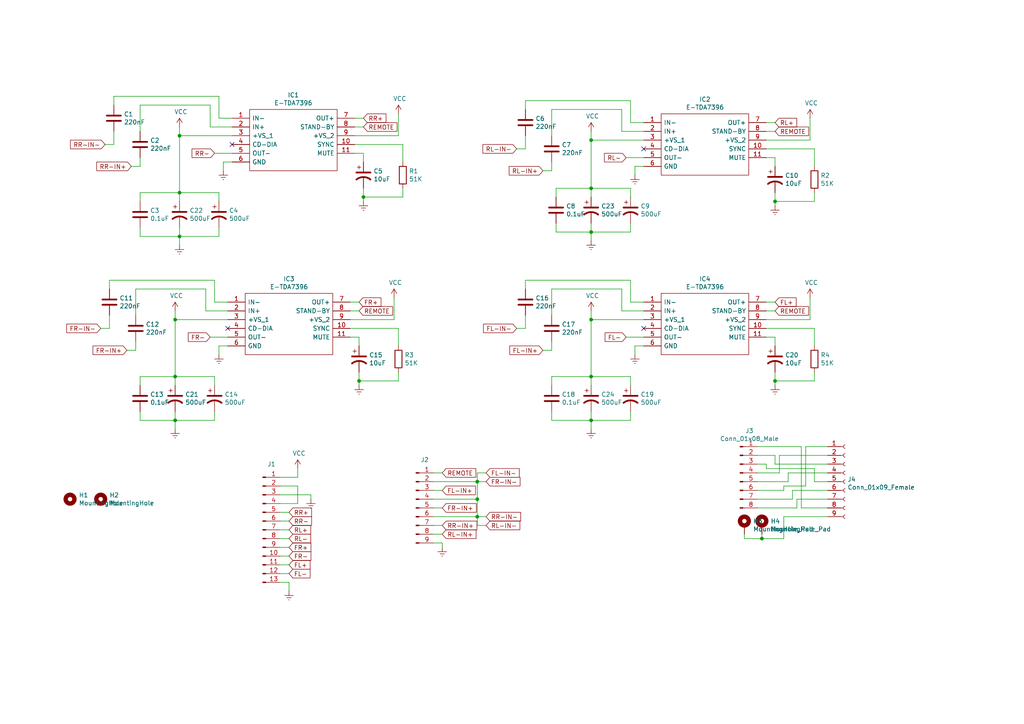
<source format=kicad_sch>
(kicad_sch (version 20211123) (generator eeschema)

  (uuid ce83728b-bebd-48c2-8734-b6a50d837931)

  (paper "A4")

  (lib_symbols
    (symbol "Connector:Conn_01x08_Male" (pin_names (offset 1.016) hide) (in_bom yes) (on_board yes)
      (property "Reference" "J" (id 0) (at 0 10.16 0)
        (effects (font (size 1.27 1.27)))
      )
      (property "Value" "Conn_01x08_Male" (id 1) (at 0 -12.7 0)
        (effects (font (size 1.27 1.27)))
      )
      (property "Footprint" "" (id 2) (at 0 0 0)
        (effects (font (size 1.27 1.27)) hide)
      )
      (property "Datasheet" "~" (id 3) (at 0 0 0)
        (effects (font (size 1.27 1.27)) hide)
      )
      (property "ki_keywords" "connector" (id 4) (at 0 0 0)
        (effects (font (size 1.27 1.27)) hide)
      )
      (property "ki_description" "Generic connector, single row, 01x08, script generated (kicad-library-utils/schlib/autogen/connector/)" (id 5) (at 0 0 0)
        (effects (font (size 1.27 1.27)) hide)
      )
      (property "ki_fp_filters" "Connector*:*_1x??_*" (id 6) (at 0 0 0)
        (effects (font (size 1.27 1.27)) hide)
      )
      (symbol "Conn_01x08_Male_1_1"
        (polyline
          (pts
            (xy 1.27 -10.16)
            (xy 0.8636 -10.16)
          )
          (stroke (width 0.1524) (type default) (color 0 0 0 0))
          (fill (type none))
        )
        (polyline
          (pts
            (xy 1.27 -7.62)
            (xy 0.8636 -7.62)
          )
          (stroke (width 0.1524) (type default) (color 0 0 0 0))
          (fill (type none))
        )
        (polyline
          (pts
            (xy 1.27 -5.08)
            (xy 0.8636 -5.08)
          )
          (stroke (width 0.1524) (type default) (color 0 0 0 0))
          (fill (type none))
        )
        (polyline
          (pts
            (xy 1.27 -2.54)
            (xy 0.8636 -2.54)
          )
          (stroke (width 0.1524) (type default) (color 0 0 0 0))
          (fill (type none))
        )
        (polyline
          (pts
            (xy 1.27 0)
            (xy 0.8636 0)
          )
          (stroke (width 0.1524) (type default) (color 0 0 0 0))
          (fill (type none))
        )
        (polyline
          (pts
            (xy 1.27 2.54)
            (xy 0.8636 2.54)
          )
          (stroke (width 0.1524) (type default) (color 0 0 0 0))
          (fill (type none))
        )
        (polyline
          (pts
            (xy 1.27 5.08)
            (xy 0.8636 5.08)
          )
          (stroke (width 0.1524) (type default) (color 0 0 0 0))
          (fill (type none))
        )
        (polyline
          (pts
            (xy 1.27 7.62)
            (xy 0.8636 7.62)
          )
          (stroke (width 0.1524) (type default) (color 0 0 0 0))
          (fill (type none))
        )
        (rectangle (start 0.8636 -10.033) (end 0 -10.287)
          (stroke (width 0.1524) (type default) (color 0 0 0 0))
          (fill (type outline))
        )
        (rectangle (start 0.8636 -7.493) (end 0 -7.747)
          (stroke (width 0.1524) (type default) (color 0 0 0 0))
          (fill (type outline))
        )
        (rectangle (start 0.8636 -4.953) (end 0 -5.207)
          (stroke (width 0.1524) (type default) (color 0 0 0 0))
          (fill (type outline))
        )
        (rectangle (start 0.8636 -2.413) (end 0 -2.667)
          (stroke (width 0.1524) (type default) (color 0 0 0 0))
          (fill (type outline))
        )
        (rectangle (start 0.8636 0.127) (end 0 -0.127)
          (stroke (width 0.1524) (type default) (color 0 0 0 0))
          (fill (type outline))
        )
        (rectangle (start 0.8636 2.667) (end 0 2.413)
          (stroke (width 0.1524) (type default) (color 0 0 0 0))
          (fill (type outline))
        )
        (rectangle (start 0.8636 5.207) (end 0 4.953)
          (stroke (width 0.1524) (type default) (color 0 0 0 0))
          (fill (type outline))
        )
        (rectangle (start 0.8636 7.747) (end 0 7.493)
          (stroke (width 0.1524) (type default) (color 0 0 0 0))
          (fill (type outline))
        )
        (pin passive line (at 5.08 7.62 180) (length 3.81)
          (name "Pin_1" (effects (font (size 1.27 1.27))))
          (number "1" (effects (font (size 1.27 1.27))))
        )
        (pin passive line (at 5.08 5.08 180) (length 3.81)
          (name "Pin_2" (effects (font (size 1.27 1.27))))
          (number "2" (effects (font (size 1.27 1.27))))
        )
        (pin passive line (at 5.08 2.54 180) (length 3.81)
          (name "Pin_3" (effects (font (size 1.27 1.27))))
          (number "3" (effects (font (size 1.27 1.27))))
        )
        (pin passive line (at 5.08 0 180) (length 3.81)
          (name "Pin_4" (effects (font (size 1.27 1.27))))
          (number "4" (effects (font (size 1.27 1.27))))
        )
        (pin passive line (at 5.08 -2.54 180) (length 3.81)
          (name "Pin_5" (effects (font (size 1.27 1.27))))
          (number "5" (effects (font (size 1.27 1.27))))
        )
        (pin passive line (at 5.08 -5.08 180) (length 3.81)
          (name "Pin_6" (effects (font (size 1.27 1.27))))
          (number "6" (effects (font (size 1.27 1.27))))
        )
        (pin passive line (at 5.08 -7.62 180) (length 3.81)
          (name "Pin_7" (effects (font (size 1.27 1.27))))
          (number "7" (effects (font (size 1.27 1.27))))
        )
        (pin passive line (at 5.08 -10.16 180) (length 3.81)
          (name "Pin_8" (effects (font (size 1.27 1.27))))
          (number "8" (effects (font (size 1.27 1.27))))
        )
      )
    )
    (symbol "Connector:Conn_01x09_Female" (pin_names (offset 1.016) hide) (in_bom yes) (on_board yes)
      (property "Reference" "J" (id 0) (at 0 12.7 0)
        (effects (font (size 1.27 1.27)))
      )
      (property "Value" "Conn_01x09_Female" (id 1) (at 0 -12.7 0)
        (effects (font (size 1.27 1.27)))
      )
      (property "Footprint" "" (id 2) (at 0 0 0)
        (effects (font (size 1.27 1.27)) hide)
      )
      (property "Datasheet" "~" (id 3) (at 0 0 0)
        (effects (font (size 1.27 1.27)) hide)
      )
      (property "ki_keywords" "connector" (id 4) (at 0 0 0)
        (effects (font (size 1.27 1.27)) hide)
      )
      (property "ki_description" "Generic connector, single row, 01x09, script generated (kicad-library-utils/schlib/autogen/connector/)" (id 5) (at 0 0 0)
        (effects (font (size 1.27 1.27)) hide)
      )
      (property "ki_fp_filters" "Connector*:*_1x??_*" (id 6) (at 0 0 0)
        (effects (font (size 1.27 1.27)) hide)
      )
      (symbol "Conn_01x09_Female_1_1"
        (arc (start 0 -9.652) (mid -0.508 -10.16) (end 0 -10.668)
          (stroke (width 0.1524) (type default) (color 0 0 0 0))
          (fill (type none))
        )
        (arc (start 0 -7.112) (mid -0.508 -7.62) (end 0 -8.128)
          (stroke (width 0.1524) (type default) (color 0 0 0 0))
          (fill (type none))
        )
        (arc (start 0 -4.572) (mid -0.508 -5.08) (end 0 -5.588)
          (stroke (width 0.1524) (type default) (color 0 0 0 0))
          (fill (type none))
        )
        (arc (start 0 -2.032) (mid -0.508 -2.54) (end 0 -3.048)
          (stroke (width 0.1524) (type default) (color 0 0 0 0))
          (fill (type none))
        )
        (polyline
          (pts
            (xy -1.27 -10.16)
            (xy -0.508 -10.16)
          )
          (stroke (width 0.1524) (type default) (color 0 0 0 0))
          (fill (type none))
        )
        (polyline
          (pts
            (xy -1.27 -7.62)
            (xy -0.508 -7.62)
          )
          (stroke (width 0.1524) (type default) (color 0 0 0 0))
          (fill (type none))
        )
        (polyline
          (pts
            (xy -1.27 -5.08)
            (xy -0.508 -5.08)
          )
          (stroke (width 0.1524) (type default) (color 0 0 0 0))
          (fill (type none))
        )
        (polyline
          (pts
            (xy -1.27 -2.54)
            (xy -0.508 -2.54)
          )
          (stroke (width 0.1524) (type default) (color 0 0 0 0))
          (fill (type none))
        )
        (polyline
          (pts
            (xy -1.27 0)
            (xy -0.508 0)
          )
          (stroke (width 0.1524) (type default) (color 0 0 0 0))
          (fill (type none))
        )
        (polyline
          (pts
            (xy -1.27 2.54)
            (xy -0.508 2.54)
          )
          (stroke (width 0.1524) (type default) (color 0 0 0 0))
          (fill (type none))
        )
        (polyline
          (pts
            (xy -1.27 5.08)
            (xy -0.508 5.08)
          )
          (stroke (width 0.1524) (type default) (color 0 0 0 0))
          (fill (type none))
        )
        (polyline
          (pts
            (xy -1.27 7.62)
            (xy -0.508 7.62)
          )
          (stroke (width 0.1524) (type default) (color 0 0 0 0))
          (fill (type none))
        )
        (polyline
          (pts
            (xy -1.27 10.16)
            (xy -0.508 10.16)
          )
          (stroke (width 0.1524) (type default) (color 0 0 0 0))
          (fill (type none))
        )
        (arc (start 0 0.508) (mid -0.508 0) (end 0 -0.508)
          (stroke (width 0.1524) (type default) (color 0 0 0 0))
          (fill (type none))
        )
        (arc (start 0 3.048) (mid -0.508 2.54) (end 0 2.032)
          (stroke (width 0.1524) (type default) (color 0 0 0 0))
          (fill (type none))
        )
        (arc (start 0 5.588) (mid -0.508 5.08) (end 0 4.572)
          (stroke (width 0.1524) (type default) (color 0 0 0 0))
          (fill (type none))
        )
        (arc (start 0 8.128) (mid -0.508 7.62) (end 0 7.112)
          (stroke (width 0.1524) (type default) (color 0 0 0 0))
          (fill (type none))
        )
        (arc (start 0 10.668) (mid -0.508 10.16) (end 0 9.652)
          (stroke (width 0.1524) (type default) (color 0 0 0 0))
          (fill (type none))
        )
        (pin passive line (at -5.08 10.16 0) (length 3.81)
          (name "Pin_1" (effects (font (size 1.27 1.27))))
          (number "1" (effects (font (size 1.27 1.27))))
        )
        (pin passive line (at -5.08 7.62 0) (length 3.81)
          (name "Pin_2" (effects (font (size 1.27 1.27))))
          (number "2" (effects (font (size 1.27 1.27))))
        )
        (pin passive line (at -5.08 5.08 0) (length 3.81)
          (name "Pin_3" (effects (font (size 1.27 1.27))))
          (number "3" (effects (font (size 1.27 1.27))))
        )
        (pin passive line (at -5.08 2.54 0) (length 3.81)
          (name "Pin_4" (effects (font (size 1.27 1.27))))
          (number "4" (effects (font (size 1.27 1.27))))
        )
        (pin passive line (at -5.08 0 0) (length 3.81)
          (name "Pin_5" (effects (font (size 1.27 1.27))))
          (number "5" (effects (font (size 1.27 1.27))))
        )
        (pin passive line (at -5.08 -2.54 0) (length 3.81)
          (name "Pin_6" (effects (font (size 1.27 1.27))))
          (number "6" (effects (font (size 1.27 1.27))))
        )
        (pin passive line (at -5.08 -5.08 0) (length 3.81)
          (name "Pin_7" (effects (font (size 1.27 1.27))))
          (number "7" (effects (font (size 1.27 1.27))))
        )
        (pin passive line (at -5.08 -7.62 0) (length 3.81)
          (name "Pin_8" (effects (font (size 1.27 1.27))))
          (number "8" (effects (font (size 1.27 1.27))))
        )
        (pin passive line (at -5.08 -10.16 0) (length 3.81)
          (name "Pin_9" (effects (font (size 1.27 1.27))))
          (number "9" (effects (font (size 1.27 1.27))))
        )
      )
    )
    (symbol "Connector:Conn_01x09_Male" (pin_names (offset 1.016) hide) (in_bom yes) (on_board yes)
      (property "Reference" "J" (id 0) (at 0 12.7 0)
        (effects (font (size 1.27 1.27)))
      )
      (property "Value" "Conn_01x09_Male" (id 1) (at 0 -12.7 0)
        (effects (font (size 1.27 1.27)))
      )
      (property "Footprint" "" (id 2) (at 0 0 0)
        (effects (font (size 1.27 1.27)) hide)
      )
      (property "Datasheet" "~" (id 3) (at 0 0 0)
        (effects (font (size 1.27 1.27)) hide)
      )
      (property "ki_keywords" "connector" (id 4) (at 0 0 0)
        (effects (font (size 1.27 1.27)) hide)
      )
      (property "ki_description" "Generic connector, single row, 01x09, script generated (kicad-library-utils/schlib/autogen/connector/)" (id 5) (at 0 0 0)
        (effects (font (size 1.27 1.27)) hide)
      )
      (property "ki_fp_filters" "Connector*:*_1x??_*" (id 6) (at 0 0 0)
        (effects (font (size 1.27 1.27)) hide)
      )
      (symbol "Conn_01x09_Male_1_1"
        (polyline
          (pts
            (xy 1.27 -10.16)
            (xy 0.8636 -10.16)
          )
          (stroke (width 0.1524) (type default) (color 0 0 0 0))
          (fill (type none))
        )
        (polyline
          (pts
            (xy 1.27 -7.62)
            (xy 0.8636 -7.62)
          )
          (stroke (width 0.1524) (type default) (color 0 0 0 0))
          (fill (type none))
        )
        (polyline
          (pts
            (xy 1.27 -5.08)
            (xy 0.8636 -5.08)
          )
          (stroke (width 0.1524) (type default) (color 0 0 0 0))
          (fill (type none))
        )
        (polyline
          (pts
            (xy 1.27 -2.54)
            (xy 0.8636 -2.54)
          )
          (stroke (width 0.1524) (type default) (color 0 0 0 0))
          (fill (type none))
        )
        (polyline
          (pts
            (xy 1.27 0)
            (xy 0.8636 0)
          )
          (stroke (width 0.1524) (type default) (color 0 0 0 0))
          (fill (type none))
        )
        (polyline
          (pts
            (xy 1.27 2.54)
            (xy 0.8636 2.54)
          )
          (stroke (width 0.1524) (type default) (color 0 0 0 0))
          (fill (type none))
        )
        (polyline
          (pts
            (xy 1.27 5.08)
            (xy 0.8636 5.08)
          )
          (stroke (width 0.1524) (type default) (color 0 0 0 0))
          (fill (type none))
        )
        (polyline
          (pts
            (xy 1.27 7.62)
            (xy 0.8636 7.62)
          )
          (stroke (width 0.1524) (type default) (color 0 0 0 0))
          (fill (type none))
        )
        (polyline
          (pts
            (xy 1.27 10.16)
            (xy 0.8636 10.16)
          )
          (stroke (width 0.1524) (type default) (color 0 0 0 0))
          (fill (type none))
        )
        (rectangle (start 0.8636 -10.033) (end 0 -10.287)
          (stroke (width 0.1524) (type default) (color 0 0 0 0))
          (fill (type outline))
        )
        (rectangle (start 0.8636 -7.493) (end 0 -7.747)
          (stroke (width 0.1524) (type default) (color 0 0 0 0))
          (fill (type outline))
        )
        (rectangle (start 0.8636 -4.953) (end 0 -5.207)
          (stroke (width 0.1524) (type default) (color 0 0 0 0))
          (fill (type outline))
        )
        (rectangle (start 0.8636 -2.413) (end 0 -2.667)
          (stroke (width 0.1524) (type default) (color 0 0 0 0))
          (fill (type outline))
        )
        (rectangle (start 0.8636 0.127) (end 0 -0.127)
          (stroke (width 0.1524) (type default) (color 0 0 0 0))
          (fill (type outline))
        )
        (rectangle (start 0.8636 2.667) (end 0 2.413)
          (stroke (width 0.1524) (type default) (color 0 0 0 0))
          (fill (type outline))
        )
        (rectangle (start 0.8636 5.207) (end 0 4.953)
          (stroke (width 0.1524) (type default) (color 0 0 0 0))
          (fill (type outline))
        )
        (rectangle (start 0.8636 7.747) (end 0 7.493)
          (stroke (width 0.1524) (type default) (color 0 0 0 0))
          (fill (type outline))
        )
        (rectangle (start 0.8636 10.287) (end 0 10.033)
          (stroke (width 0.1524) (type default) (color 0 0 0 0))
          (fill (type outline))
        )
        (pin passive line (at 5.08 10.16 180) (length 3.81)
          (name "Pin_1" (effects (font (size 1.27 1.27))))
          (number "1" (effects (font (size 1.27 1.27))))
        )
        (pin passive line (at 5.08 7.62 180) (length 3.81)
          (name "Pin_2" (effects (font (size 1.27 1.27))))
          (number "2" (effects (font (size 1.27 1.27))))
        )
        (pin passive line (at 5.08 5.08 180) (length 3.81)
          (name "Pin_3" (effects (font (size 1.27 1.27))))
          (number "3" (effects (font (size 1.27 1.27))))
        )
        (pin passive line (at 5.08 2.54 180) (length 3.81)
          (name "Pin_4" (effects (font (size 1.27 1.27))))
          (number "4" (effects (font (size 1.27 1.27))))
        )
        (pin passive line (at 5.08 0 180) (length 3.81)
          (name "Pin_5" (effects (font (size 1.27 1.27))))
          (number "5" (effects (font (size 1.27 1.27))))
        )
        (pin passive line (at 5.08 -2.54 180) (length 3.81)
          (name "Pin_6" (effects (font (size 1.27 1.27))))
          (number "6" (effects (font (size 1.27 1.27))))
        )
        (pin passive line (at 5.08 -5.08 180) (length 3.81)
          (name "Pin_7" (effects (font (size 1.27 1.27))))
          (number "7" (effects (font (size 1.27 1.27))))
        )
        (pin passive line (at 5.08 -7.62 180) (length 3.81)
          (name "Pin_8" (effects (font (size 1.27 1.27))))
          (number "8" (effects (font (size 1.27 1.27))))
        )
        (pin passive line (at 5.08 -10.16 180) (length 3.81)
          (name "Pin_9" (effects (font (size 1.27 1.27))))
          (number "9" (effects (font (size 1.27 1.27))))
        )
      )
    )
    (symbol "Connector:Conn_01x13_Male" (pin_names (offset 1.016) hide) (in_bom yes) (on_board yes)
      (property "Reference" "J" (id 0) (at 0 17.78 0)
        (effects (font (size 1.27 1.27)))
      )
      (property "Value" "Conn_01x13_Male" (id 1) (at 0 -17.78 0)
        (effects (font (size 1.27 1.27)))
      )
      (property "Footprint" "" (id 2) (at 0 0 0)
        (effects (font (size 1.27 1.27)) hide)
      )
      (property "Datasheet" "~" (id 3) (at 0 0 0)
        (effects (font (size 1.27 1.27)) hide)
      )
      (property "ki_keywords" "connector" (id 4) (at 0 0 0)
        (effects (font (size 1.27 1.27)) hide)
      )
      (property "ki_description" "Generic connector, single row, 01x13, script generated (kicad-library-utils/schlib/autogen/connector/)" (id 5) (at 0 0 0)
        (effects (font (size 1.27 1.27)) hide)
      )
      (property "ki_fp_filters" "Connector*:*_1x??_*" (id 6) (at 0 0 0)
        (effects (font (size 1.27 1.27)) hide)
      )
      (symbol "Conn_01x13_Male_1_1"
        (polyline
          (pts
            (xy 1.27 -15.24)
            (xy 0.8636 -15.24)
          )
          (stroke (width 0.1524) (type default) (color 0 0 0 0))
          (fill (type none))
        )
        (polyline
          (pts
            (xy 1.27 -12.7)
            (xy 0.8636 -12.7)
          )
          (stroke (width 0.1524) (type default) (color 0 0 0 0))
          (fill (type none))
        )
        (polyline
          (pts
            (xy 1.27 -10.16)
            (xy 0.8636 -10.16)
          )
          (stroke (width 0.1524) (type default) (color 0 0 0 0))
          (fill (type none))
        )
        (polyline
          (pts
            (xy 1.27 -7.62)
            (xy 0.8636 -7.62)
          )
          (stroke (width 0.1524) (type default) (color 0 0 0 0))
          (fill (type none))
        )
        (polyline
          (pts
            (xy 1.27 -5.08)
            (xy 0.8636 -5.08)
          )
          (stroke (width 0.1524) (type default) (color 0 0 0 0))
          (fill (type none))
        )
        (polyline
          (pts
            (xy 1.27 -2.54)
            (xy 0.8636 -2.54)
          )
          (stroke (width 0.1524) (type default) (color 0 0 0 0))
          (fill (type none))
        )
        (polyline
          (pts
            (xy 1.27 0)
            (xy 0.8636 0)
          )
          (stroke (width 0.1524) (type default) (color 0 0 0 0))
          (fill (type none))
        )
        (polyline
          (pts
            (xy 1.27 2.54)
            (xy 0.8636 2.54)
          )
          (stroke (width 0.1524) (type default) (color 0 0 0 0))
          (fill (type none))
        )
        (polyline
          (pts
            (xy 1.27 5.08)
            (xy 0.8636 5.08)
          )
          (stroke (width 0.1524) (type default) (color 0 0 0 0))
          (fill (type none))
        )
        (polyline
          (pts
            (xy 1.27 7.62)
            (xy 0.8636 7.62)
          )
          (stroke (width 0.1524) (type default) (color 0 0 0 0))
          (fill (type none))
        )
        (polyline
          (pts
            (xy 1.27 10.16)
            (xy 0.8636 10.16)
          )
          (stroke (width 0.1524) (type default) (color 0 0 0 0))
          (fill (type none))
        )
        (polyline
          (pts
            (xy 1.27 12.7)
            (xy 0.8636 12.7)
          )
          (stroke (width 0.1524) (type default) (color 0 0 0 0))
          (fill (type none))
        )
        (polyline
          (pts
            (xy 1.27 15.24)
            (xy 0.8636 15.24)
          )
          (stroke (width 0.1524) (type default) (color 0 0 0 0))
          (fill (type none))
        )
        (rectangle (start 0.8636 -15.113) (end 0 -15.367)
          (stroke (width 0.1524) (type default) (color 0 0 0 0))
          (fill (type outline))
        )
        (rectangle (start 0.8636 -12.573) (end 0 -12.827)
          (stroke (width 0.1524) (type default) (color 0 0 0 0))
          (fill (type outline))
        )
        (rectangle (start 0.8636 -10.033) (end 0 -10.287)
          (stroke (width 0.1524) (type default) (color 0 0 0 0))
          (fill (type outline))
        )
        (rectangle (start 0.8636 -7.493) (end 0 -7.747)
          (stroke (width 0.1524) (type default) (color 0 0 0 0))
          (fill (type outline))
        )
        (rectangle (start 0.8636 -4.953) (end 0 -5.207)
          (stroke (width 0.1524) (type default) (color 0 0 0 0))
          (fill (type outline))
        )
        (rectangle (start 0.8636 -2.413) (end 0 -2.667)
          (stroke (width 0.1524) (type default) (color 0 0 0 0))
          (fill (type outline))
        )
        (rectangle (start 0.8636 0.127) (end 0 -0.127)
          (stroke (width 0.1524) (type default) (color 0 0 0 0))
          (fill (type outline))
        )
        (rectangle (start 0.8636 2.667) (end 0 2.413)
          (stroke (width 0.1524) (type default) (color 0 0 0 0))
          (fill (type outline))
        )
        (rectangle (start 0.8636 5.207) (end 0 4.953)
          (stroke (width 0.1524) (type default) (color 0 0 0 0))
          (fill (type outline))
        )
        (rectangle (start 0.8636 7.747) (end 0 7.493)
          (stroke (width 0.1524) (type default) (color 0 0 0 0))
          (fill (type outline))
        )
        (rectangle (start 0.8636 10.287) (end 0 10.033)
          (stroke (width 0.1524) (type default) (color 0 0 0 0))
          (fill (type outline))
        )
        (rectangle (start 0.8636 12.827) (end 0 12.573)
          (stroke (width 0.1524) (type default) (color 0 0 0 0))
          (fill (type outline))
        )
        (rectangle (start 0.8636 15.367) (end 0 15.113)
          (stroke (width 0.1524) (type default) (color 0 0 0 0))
          (fill (type outline))
        )
        (pin passive line (at 5.08 15.24 180) (length 3.81)
          (name "Pin_1" (effects (font (size 1.27 1.27))))
          (number "1" (effects (font (size 1.27 1.27))))
        )
        (pin passive line (at 5.08 -7.62 180) (length 3.81)
          (name "Pin_10" (effects (font (size 1.27 1.27))))
          (number "10" (effects (font (size 1.27 1.27))))
        )
        (pin passive line (at 5.08 -10.16 180) (length 3.81)
          (name "Pin_11" (effects (font (size 1.27 1.27))))
          (number "11" (effects (font (size 1.27 1.27))))
        )
        (pin passive line (at 5.08 -12.7 180) (length 3.81)
          (name "Pin_12" (effects (font (size 1.27 1.27))))
          (number "12" (effects (font (size 1.27 1.27))))
        )
        (pin passive line (at 5.08 -15.24 180) (length 3.81)
          (name "Pin_13" (effects (font (size 1.27 1.27))))
          (number "13" (effects (font (size 1.27 1.27))))
        )
        (pin passive line (at 5.08 12.7 180) (length 3.81)
          (name "Pin_2" (effects (font (size 1.27 1.27))))
          (number "2" (effects (font (size 1.27 1.27))))
        )
        (pin passive line (at 5.08 10.16 180) (length 3.81)
          (name "Pin_3" (effects (font (size 1.27 1.27))))
          (number "3" (effects (font (size 1.27 1.27))))
        )
        (pin passive line (at 5.08 7.62 180) (length 3.81)
          (name "Pin_4" (effects (font (size 1.27 1.27))))
          (number "4" (effects (font (size 1.27 1.27))))
        )
        (pin passive line (at 5.08 5.08 180) (length 3.81)
          (name "Pin_5" (effects (font (size 1.27 1.27))))
          (number "5" (effects (font (size 1.27 1.27))))
        )
        (pin passive line (at 5.08 2.54 180) (length 3.81)
          (name "Pin_6" (effects (font (size 1.27 1.27))))
          (number "6" (effects (font (size 1.27 1.27))))
        )
        (pin passive line (at 5.08 0 180) (length 3.81)
          (name "Pin_7" (effects (font (size 1.27 1.27))))
          (number "7" (effects (font (size 1.27 1.27))))
        )
        (pin passive line (at 5.08 -2.54 180) (length 3.81)
          (name "Pin_8" (effects (font (size 1.27 1.27))))
          (number "8" (effects (font (size 1.27 1.27))))
        )
        (pin passive line (at 5.08 -5.08 180) (length 3.81)
          (name "Pin_9" (effects (font (size 1.27 1.27))))
          (number "9" (effects (font (size 1.27 1.27))))
        )
      )
    )
    (symbol "Device:C" (pin_numbers hide) (pin_names (offset 0.254)) (in_bom yes) (on_board yes)
      (property "Reference" "C" (id 0) (at 0.635 2.54 0)
        (effects (font (size 1.27 1.27)) (justify left))
      )
      (property "Value" "C" (id 1) (at 0.635 -2.54 0)
        (effects (font (size 1.27 1.27)) (justify left))
      )
      (property "Footprint" "" (id 2) (at 0.9652 -3.81 0)
        (effects (font (size 1.27 1.27)) hide)
      )
      (property "Datasheet" "~" (id 3) (at 0 0 0)
        (effects (font (size 1.27 1.27)) hide)
      )
      (property "ki_keywords" "cap capacitor" (id 4) (at 0 0 0)
        (effects (font (size 1.27 1.27)) hide)
      )
      (property "ki_description" "Unpolarized capacitor" (id 5) (at 0 0 0)
        (effects (font (size 1.27 1.27)) hide)
      )
      (property "ki_fp_filters" "C_*" (id 6) (at 0 0 0)
        (effects (font (size 1.27 1.27)) hide)
      )
      (symbol "C_0_1"
        (polyline
          (pts
            (xy -2.032 -0.762)
            (xy 2.032 -0.762)
          )
          (stroke (width 0.508) (type default) (color 0 0 0 0))
          (fill (type none))
        )
        (polyline
          (pts
            (xy -2.032 0.762)
            (xy 2.032 0.762)
          )
          (stroke (width 0.508) (type default) (color 0 0 0 0))
          (fill (type none))
        )
      )
      (symbol "C_1_1"
        (pin passive line (at 0 3.81 270) (length 2.794)
          (name "~" (effects (font (size 1.27 1.27))))
          (number "1" (effects (font (size 1.27 1.27))))
        )
        (pin passive line (at 0 -3.81 90) (length 2.794)
          (name "~" (effects (font (size 1.27 1.27))))
          (number "2" (effects (font (size 1.27 1.27))))
        )
      )
    )
    (symbol "Device:CP1" (pin_numbers hide) (pin_names (offset 0.254) hide) (in_bom yes) (on_board yes)
      (property "Reference" "C" (id 0) (at 0.635 2.54 0)
        (effects (font (size 1.27 1.27)) (justify left))
      )
      (property "Value" "Device_CP1" (id 1) (at 0.635 -2.54 0)
        (effects (font (size 1.27 1.27)) (justify left))
      )
      (property "Footprint" "" (id 2) (at 0 0 0)
        (effects (font (size 1.27 1.27)) hide)
      )
      (property "Datasheet" "" (id 3) (at 0 0 0)
        (effects (font (size 1.27 1.27)) hide)
      )
      (property "ki_fp_filters" "CP_*" (id 4) (at 0 0 0)
        (effects (font (size 1.27 1.27)) hide)
      )
      (symbol "CP1_0_1"
        (polyline
          (pts
            (xy -2.032 0.762)
            (xy 2.032 0.762)
          )
          (stroke (width 0.508) (type default) (color 0 0 0 0))
          (fill (type none))
        )
        (polyline
          (pts
            (xy -1.778 2.286)
            (xy -0.762 2.286)
          )
          (stroke (width 0) (type default) (color 0 0 0 0))
          (fill (type none))
        )
        (polyline
          (pts
            (xy -1.27 1.778)
            (xy -1.27 2.794)
          )
          (stroke (width 0) (type default) (color 0 0 0 0))
          (fill (type none))
        )
        (arc (start 2.032 -1.27) (mid 0 -0.5572) (end -2.032 -1.27)
          (stroke (width 0.508) (type default) (color 0 0 0 0))
          (fill (type none))
        )
      )
      (symbol "CP1_1_1"
        (pin passive line (at 0 3.81 270) (length 2.794)
          (name "~" (effects (font (size 1.27 1.27))))
          (number "1" (effects (font (size 1.27 1.27))))
        )
        (pin passive line (at 0 -3.81 90) (length 3.302)
          (name "~" (effects (font (size 1.27 1.27))))
          (number "2" (effects (font (size 1.27 1.27))))
        )
      )
    )
    (symbol "Device:R" (pin_numbers hide) (pin_names (offset 0)) (in_bom yes) (on_board yes)
      (property "Reference" "R" (id 0) (at 2.032 0 90)
        (effects (font (size 1.27 1.27)))
      )
      (property "Value" "R" (id 1) (at 0 0 90)
        (effects (font (size 1.27 1.27)))
      )
      (property "Footprint" "" (id 2) (at -1.778 0 90)
        (effects (font (size 1.27 1.27)) hide)
      )
      (property "Datasheet" "~" (id 3) (at 0 0 0)
        (effects (font (size 1.27 1.27)) hide)
      )
      (property "ki_keywords" "R res resistor" (id 4) (at 0 0 0)
        (effects (font (size 1.27 1.27)) hide)
      )
      (property "ki_description" "Resistor" (id 5) (at 0 0 0)
        (effects (font (size 1.27 1.27)) hide)
      )
      (property "ki_fp_filters" "R_*" (id 6) (at 0 0 0)
        (effects (font (size 1.27 1.27)) hide)
      )
      (symbol "R_0_1"
        (rectangle (start -1.016 -2.54) (end 1.016 2.54)
          (stroke (width 0.254) (type default) (color 0 0 0 0))
          (fill (type none))
        )
      )
      (symbol "R_1_1"
        (pin passive line (at 0 3.81 270) (length 1.27)
          (name "~" (effects (font (size 1.27 1.27))))
          (number "1" (effects (font (size 1.27 1.27))))
        )
        (pin passive line (at 0 -3.81 90) (length 1.27)
          (name "~" (effects (font (size 1.27 1.27))))
          (number "2" (effects (font (size 1.27 1.27))))
        )
      )
    )
    (symbol "Mechanical:MountingHole" (pin_names (offset 1.016)) (in_bom yes) (on_board yes)
      (property "Reference" "H" (id 0) (at 0 5.08 0)
        (effects (font (size 1.27 1.27)))
      )
      (property "Value" "MountingHole" (id 1) (at 0 3.175 0)
        (effects (font (size 1.27 1.27)))
      )
      (property "Footprint" "" (id 2) (at 0 0 0)
        (effects (font (size 1.27 1.27)) hide)
      )
      (property "Datasheet" "~" (id 3) (at 0 0 0)
        (effects (font (size 1.27 1.27)) hide)
      )
      (property "ki_keywords" "mounting hole" (id 4) (at 0 0 0)
        (effects (font (size 1.27 1.27)) hide)
      )
      (property "ki_description" "Mounting Hole without connection" (id 5) (at 0 0 0)
        (effects (font (size 1.27 1.27)) hide)
      )
      (property "ki_fp_filters" "MountingHole*" (id 6) (at 0 0 0)
        (effects (font (size 1.27 1.27)) hide)
      )
      (symbol "MountingHole_0_1"
        (circle (center 0 0) (radius 1.27)
          (stroke (width 1.27) (type default) (color 0 0 0 0))
          (fill (type none))
        )
      )
    )
    (symbol "Mechanical:MountingHole_Pad" (pin_numbers hide) (pin_names (offset 1.016) hide) (in_bom yes) (on_board yes)
      (property "Reference" "H" (id 0) (at 0 6.35 0)
        (effects (font (size 1.27 1.27)))
      )
      (property "Value" "MountingHole_Pad" (id 1) (at 0 4.445 0)
        (effects (font (size 1.27 1.27)))
      )
      (property "Footprint" "" (id 2) (at 0 0 0)
        (effects (font (size 1.27 1.27)) hide)
      )
      (property "Datasheet" "~" (id 3) (at 0 0 0)
        (effects (font (size 1.27 1.27)) hide)
      )
      (property "ki_keywords" "mounting hole" (id 4) (at 0 0 0)
        (effects (font (size 1.27 1.27)) hide)
      )
      (property "ki_description" "Mounting Hole with connection" (id 5) (at 0 0 0)
        (effects (font (size 1.27 1.27)) hide)
      )
      (property "ki_fp_filters" "MountingHole*Pad*" (id 6) (at 0 0 0)
        (effects (font (size 1.27 1.27)) hide)
      )
      (symbol "MountingHole_Pad_0_1"
        (circle (center 0 1.27) (radius 1.27)
          (stroke (width 1.27) (type default) (color 0 0 0 0))
          (fill (type none))
        )
      )
      (symbol "MountingHole_Pad_1_1"
        (pin input line (at 0 -2.54 90) (length 2.54)
          (name "1" (effects (font (size 1.27 1.27))))
          (number "1" (effects (font (size 1.27 1.27))))
        )
      )
    )
    (symbol "Samac_sys:E-TDA7396" (pin_names (offset 0.762)) (in_bom yes) (on_board yes)
      (property "Reference" "IC" (id 0) (at 31.75 7.62 0)
        (effects (font (size 1.27 1.27)) (justify left))
      )
      (property "Value" "Samac_sys_E-TDA7396" (id 1) (at 31.75 5.08 0)
        (effects (font (size 1.27 1.27)) (justify left))
      )
      (property "Footprint" "TO170P500X1960X2210-11P" (id 2) (at 31.75 2.54 0)
        (effects (font (size 1.27 1.27)) (justify left) hide)
      )
      (property "Datasheet" "https://componentsearchengine.com/Datasheets/1/E-TDA7396.pdf" (id 3) (at 31.75 0 0)
        (effects (font (size 1.27 1.27)) (justify left) hide)
      )
      (property "Description" "STMicroelectronics E-TDA7396 Audio Amplifier, Class-AB CMOS, Rail to Rail, Swing 75 (Min)kHz 70dB, 11-Pin MULTIWATT" (id 4) (at 31.75 -2.54 0)
        (effects (font (size 1.27 1.27)) (justify left) hide)
      )
      (property "Height" "5" (id 5) (at 31.75 -5.08 0)
        (effects (font (size 1.27 1.27)) (justify left) hide)
      )
      (property "Mouser Part Number" "511-E-TDA7396" (id 6) (at 31.75 -7.62 0)
        (effects (font (size 1.27 1.27)) (justify left) hide)
      )
      (property "Mouser Price/Stock" "https://www.mouser.co.uk/ProductDetail/STMicroelectronics/E-TDA7396?qs=lrqjml%252Bjt8cl5pFq%2F4LYmw%3D%3D" (id 7) (at 31.75 -10.16 0)
        (effects (font (size 1.27 1.27)) (justify left) hide)
      )
      (property "Manufacturer_Name" "STMicroelectronics" (id 8) (at 31.75 -12.7 0)
        (effects (font (size 1.27 1.27)) (justify left) hide)
      )
      (property "Manufacturer_Part_Number" "E-TDA7396" (id 9) (at 31.75 -15.24 0)
        (effects (font (size 1.27 1.27)) (justify left) hide)
      )
      (symbol "E-TDA7396_0_0"
        (pin passive line (at 0 0 0) (length 5.08)
          (name "IN-" (effects (font (size 1.27 1.27))))
          (number "1" (effects (font (size 1.27 1.27))))
        )
        (pin passive line (at 35.56 -7.62 180) (length 5.08)
          (name "SYNC" (effects (font (size 1.27 1.27))))
          (number "10" (effects (font (size 1.27 1.27))))
        )
        (pin passive line (at 35.56 -10.16 180) (length 5.08)
          (name "MUTE" (effects (font (size 1.27 1.27))))
          (number "11" (effects (font (size 1.27 1.27))))
        )
        (pin passive line (at 0 -2.54 0) (length 5.08)
          (name "IN+" (effects (font (size 1.27 1.27))))
          (number "2" (effects (font (size 1.27 1.27))))
        )
        (pin passive line (at 0 -5.08 0) (length 5.08)
          (name "+VS_1" (effects (font (size 1.27 1.27))))
          (number "3" (effects (font (size 1.27 1.27))))
        )
        (pin passive line (at 0 -7.62 0) (length 5.08)
          (name "CD-DIA" (effects (font (size 1.27 1.27))))
          (number "4" (effects (font (size 1.27 1.27))))
        )
        (pin passive line (at 0 -10.16 0) (length 5.08)
          (name "OUT-" (effects (font (size 1.27 1.27))))
          (number "5" (effects (font (size 1.27 1.27))))
        )
        (pin passive line (at 0 -12.7 0) (length 5.08)
          (name "GND" (effects (font (size 1.27 1.27))))
          (number "6" (effects (font (size 1.27 1.27))))
        )
        (pin passive line (at 35.56 0 180) (length 5.08)
          (name "OUT+" (effects (font (size 1.27 1.27))))
          (number "7" (effects (font (size 1.27 1.27))))
        )
        (pin passive line (at 35.56 -2.54 180) (length 5.08)
          (name "STAND-BY" (effects (font (size 1.27 1.27))))
          (number "8" (effects (font (size 1.27 1.27))))
        )
        (pin passive line (at 35.56 -5.08 180) (length 5.08)
          (name "+VS_2" (effects (font (size 1.27 1.27))))
          (number "9" (effects (font (size 1.27 1.27))))
        )
      )
      (symbol "E-TDA7396_0_1"
        (polyline
          (pts
            (xy 5.08 2.54)
            (xy 30.48 2.54)
            (xy 30.48 -15.24)
            (xy 5.08 -15.24)
            (xy 5.08 2.54)
          )
          (stroke (width 0.1524) (type default) (color 0 0 0 0))
          (fill (type none))
        )
      )
    )
    (symbol "power:Earth" (power) (pin_names (offset 0)) (in_bom yes) (on_board yes)
      (property "Reference" "#PWR" (id 0) (at 0 -6.35 0)
        (effects (font (size 1.27 1.27)) hide)
      )
      (property "Value" "Earth" (id 1) (at 0 -3.81 0)
        (effects (font (size 1.27 1.27)) hide)
      )
      (property "Footprint" "" (id 2) (at 0 0 0)
        (effects (font (size 1.27 1.27)) hide)
      )
      (property "Datasheet" "~" (id 3) (at 0 0 0)
        (effects (font (size 1.27 1.27)) hide)
      )
      (property "ki_keywords" "power-flag ground gnd" (id 4) (at 0 0 0)
        (effects (font (size 1.27 1.27)) hide)
      )
      (property "ki_description" "Power symbol creates a global label with name \"Earth\"" (id 5) (at 0 0 0)
        (effects (font (size 1.27 1.27)) hide)
      )
      (symbol "Earth_0_1"
        (polyline
          (pts
            (xy -0.635 -1.905)
            (xy 0.635 -1.905)
          )
          (stroke (width 0) (type default) (color 0 0 0 0))
          (fill (type none))
        )
        (polyline
          (pts
            (xy -0.127 -2.54)
            (xy 0.127 -2.54)
          )
          (stroke (width 0) (type default) (color 0 0 0 0))
          (fill (type none))
        )
        (polyline
          (pts
            (xy 0 -1.27)
            (xy 0 0)
          )
          (stroke (width 0) (type default) (color 0 0 0 0))
          (fill (type none))
        )
        (polyline
          (pts
            (xy 1.27 -1.27)
            (xy -1.27 -1.27)
          )
          (stroke (width 0) (type default) (color 0 0 0 0))
          (fill (type none))
        )
      )
      (symbol "Earth_1_1"
        (pin power_in line (at 0 0 270) (length 0) hide
          (name "Earth" (effects (font (size 1.27 1.27))))
          (number "1" (effects (font (size 1.27 1.27))))
        )
      )
    )
    (symbol "power:VCC" (power) (pin_names (offset 0)) (in_bom yes) (on_board yes)
      (property "Reference" "#PWR" (id 0) (at 0 -3.81 0)
        (effects (font (size 1.27 1.27)) hide)
      )
      (property "Value" "VCC" (id 1) (at 0 3.81 0)
        (effects (font (size 1.27 1.27)))
      )
      (property "Footprint" "" (id 2) (at 0 0 0)
        (effects (font (size 1.27 1.27)) hide)
      )
      (property "Datasheet" "" (id 3) (at 0 0 0)
        (effects (font (size 1.27 1.27)) hide)
      )
      (property "ki_keywords" "power-flag" (id 4) (at 0 0 0)
        (effects (font (size 1.27 1.27)) hide)
      )
      (property "ki_description" "Power symbol creates a global label with name \"VCC\"" (id 5) (at 0 0 0)
        (effects (font (size 1.27 1.27)) hide)
      )
      (symbol "VCC_0_1"
        (polyline
          (pts
            (xy -0.762 1.27)
            (xy 0 2.54)
          )
          (stroke (width 0) (type default) (color 0 0 0 0))
          (fill (type none))
        )
        (polyline
          (pts
            (xy 0 0)
            (xy 0 2.54)
          )
          (stroke (width 0) (type default) (color 0 0 0 0))
          (fill (type none))
        )
        (polyline
          (pts
            (xy 0 2.54)
            (xy 0.762 1.27)
          )
          (stroke (width 0) (type default) (color 0 0 0 0))
          (fill (type none))
        )
      )
      (symbol "VCC_1_1"
        (pin power_in line (at 0 0 90) (length 0) hide
          (name "VCC" (effects (font (size 1.27 1.27))))
          (number "1" (effects (font (size 1.27 1.27))))
        )
      )
    )
  )

  (junction (at 50.8 109.22) (diameter 0) (color 0 0 0 0)
    (uuid 0fafc6b9-fd35-4a55-9270-7a8e7ce3cb13)
  )
  (junction (at 171.45 54.61) (diameter 0) (color 0 0 0 0)
    (uuid 18d11f32-e1a6-4f29-8e3c-0bfeb07299bd)
  )
  (junction (at 171.45 92.71) (diameter 0) (color 0 0 0 0)
    (uuid 2035ea48-3ef5-4d7f-8c3c-50981b30c89a)
  )
  (junction (at 105.41 57.15) (diameter 0) (color 0 0 0 0)
    (uuid 2f215f15-3d52-4c91-93e6-3ea03a95622f)
  )
  (junction (at 138.43 139.7) (diameter 0) (color 0 0 0 0)
    (uuid 4c843bdb-6c9e-40dd-85e2-0567846e18ba)
  )
  (junction (at 50.8 92.71) (diameter 0) (color 0 0 0 0)
    (uuid 5fc9acb6-6dbb-4598-825b-4b9e7c4c67c4)
  )
  (junction (at 171.45 109.22) (diameter 0) (color 0 0 0 0)
    (uuid 60ff6322-62e2-4602-9bc0-7a0f0a5ecfbf)
  )
  (junction (at 138.43 144.78) (diameter 0) (color 0 0 0 0)
    (uuid 6ffdf05e-e119-49f9-85e9-13e4901df42a)
  )
  (junction (at 52.07 39.37) (diameter 0) (color 0 0 0 0)
    (uuid 70e15522-1572-4451-9c0d-6d36ac70d8c6)
  )
  (junction (at 220.98 156.21) (diameter 0) (color 0 0 0 0)
    (uuid 713e0777-58b2-4487-baca-60d0ebed27c3)
  )
  (junction (at 104.14 110.49) (diameter 0) (color 0 0 0 0)
    (uuid 81a15393-727e-448b-a777-b18773023d89)
  )
  (junction (at 224.79 58.42) (diameter 0) (color 0 0 0 0)
    (uuid 853ee787-6e2c-4f32-bc75-6c17337dd3d5)
  )
  (junction (at 171.45 121.92) (diameter 0) (color 0 0 0 0)
    (uuid 9286cf02-1563-41d2-9931-c192c33bab31)
  )
  (junction (at 52.07 55.88) (diameter 0) (color 0 0 0 0)
    (uuid 9f782c92-a5e8-49db-bfda-752b35522ce4)
  )
  (junction (at 171.45 40.64) (diameter 0) (color 0 0 0 0)
    (uuid a6b7df29-bcf8-46a9-b623-7eaac47f5110)
  )
  (junction (at 224.79 110.49) (diameter 0) (color 0 0 0 0)
    (uuid a7531a95-7ca1-4f34-955e-18120cec99e6)
  )
  (junction (at 50.8 121.92) (diameter 0) (color 0 0 0 0)
    (uuid aeb03be9-98f0-43f6-9432-1bb35aa04bab)
  )
  (junction (at 52.07 68.58) (diameter 0) (color 0 0 0 0)
    (uuid d3d7e298-1d39-4294-a3ab-c84cc0dc5e5a)
  )
  (junction (at 171.45 67.31) (diameter 0) (color 0 0 0 0)
    (uuid d9c6d5d2-0b49-49ba-a970-cd2c32f74c54)
  )
  (junction (at 138.43 149.86) (diameter 0) (color 0 0 0 0)
    (uuid eb8d02e9-145c-465d-b6a8-bae84d47a94b)
  )

  (no_connect (at 186.69 43.18) (uuid 57c0c267-8bf9-4cc7-b734-d71a239ac313))
  (no_connect (at 67.31 41.91) (uuid 8da933a9-35f8-42e6-8504-d1bab7264306))
  (no_connect (at 66.04 95.25) (uuid a4f86a46-3bc8-4daa-9125-a63f297eb114))
  (no_connect (at 186.69 95.25) (uuid f8fc38ec-0b98-40bc-ae2f-e5cc29973bca))

  (wire (pts (xy 115.57 39.37) (xy 102.87 39.37))
    (stroke (width 0) (type default) (color 0 0 0 0))
    (uuid 003c2200-0632-4808-a662-8ddd5d30c768)
  )
  (wire (pts (xy 50.8 121.92) (xy 62.23 121.92))
    (stroke (width 0) (type default) (color 0 0 0 0))
    (uuid 008da5b9-6f95-4113-b7d0-d93ac62efd33)
  )
  (wire (pts (xy 182.88 121.92) (xy 182.88 119.38))
    (stroke (width 0) (type default) (color 0 0 0 0))
    (uuid 009b5465-0a65-4237-93e7-eb65321eeb18)
  )
  (wire (pts (xy 160.02 99.06) (xy 160.02 101.6))
    (stroke (width 0) (type default) (color 0 0 0 0))
    (uuid 00e38d63-5436-49db-81f5-697421f168fc)
  )
  (wire (pts (xy 160.02 119.38) (xy 160.02 121.92))
    (stroke (width 0) (type default) (color 0 0 0 0))
    (uuid 00f3ea8b-8a54-4e56-84ff-d98f6c00496c)
  )
  (wire (pts (xy 140.97 137.16) (xy 138.43 137.16))
    (stroke (width 0) (type default) (color 0 0 0 0))
    (uuid 011ee658-718d-416a-85fd-961729cd1ee5)
  )
  (wire (pts (xy 31.75 81.28) (xy 31.75 83.82))
    (stroke (width 0) (type default) (color 0 0 0 0))
    (uuid 0325ec43-0390-4ae2-b055-b1ec6ce17b1c)
  )
  (wire (pts (xy 40.64 121.92) (xy 40.64 119.38))
    (stroke (width 0) (type default) (color 0 0 0 0))
    (uuid 04cf2f2c-74bf-400d-b4f6-201720df00ed)
  )
  (wire (pts (xy 101.6 97.79) (xy 104.14 97.79))
    (stroke (width 0) (type default) (color 0 0 0 0))
    (uuid 057af6bb-cf6f-4bfb-b0c0-2e92a2c09a47)
  )
  (wire (pts (xy 215.9 156.21) (xy 215.9 154.94))
    (stroke (width 0) (type default) (color 0 0 0 0))
    (uuid 05f2859d-2820-4e84-b395-696011feb13b)
  )
  (wire (pts (xy 66.04 87.63) (xy 62.23 87.63))
    (stroke (width 0) (type default) (color 0 0 0 0))
    (uuid 071522c0-d0ed-49b9-906e-6295f67fb0dc)
  )
  (wire (pts (xy 171.45 92.71) (xy 171.45 90.17))
    (stroke (width 0) (type default) (color 0 0 0 0))
    (uuid 088f77ba-fca9-42b3-876e-a6937267f957)
  )
  (wire (pts (xy 64.77 46.99) (xy 64.77 49.53))
    (stroke (width 0) (type default) (color 0 0 0 0))
    (uuid 08a7c925-7fae-4530-b0c9-120e185cb318)
  )
  (wire (pts (xy 186.69 38.1) (xy 180.34 38.1))
    (stroke (width 0) (type default) (color 0 0 0 0))
    (uuid 097edb1b-8998-4e70-b670-bba125982348)
  )
  (wire (pts (xy 104.14 90.17) (xy 101.6 90.17))
    (stroke (width 0) (type default) (color 0 0 0 0))
    (uuid 0a1a4d88-972a-46ce-b25e-6cb796bd41f7)
  )
  (wire (pts (xy 63.5 68.58) (xy 63.5 66.04))
    (stroke (width 0) (type default) (color 0 0 0 0))
    (uuid 0ceb97d6-1b0f-4b71-921e-b0955c30c998)
  )
  (wire (pts (xy 186.69 100.33) (xy 184.15 100.33))
    (stroke (width 0) (type default) (color 0 0 0 0))
    (uuid 0f324b67-75ef-407f-8dbc-3c1fc5c2abba)
  )
  (wire (pts (xy 104.14 110.49) (xy 115.57 110.49))
    (stroke (width 0) (type default) (color 0 0 0 0))
    (uuid 109caac1-5036-4f23-9a66-f569d871501b)
  )
  (wire (pts (xy 224.79 110.49) (xy 236.22 110.49))
    (stroke (width 0) (type default) (color 0 0 0 0))
    (uuid 1199146e-a60b-416a-b503-e77d6d2892f9)
  )
  (wire (pts (xy 52.07 68.58) (xy 63.5 68.58))
    (stroke (width 0) (type default) (color 0 0 0 0))
    (uuid 1241b7f2-e266-4f5c-8a97-9f0f9d0eef37)
  )
  (wire (pts (xy 224.79 87.63) (xy 222.25 87.63))
    (stroke (width 0) (type default) (color 0 0 0 0))
    (uuid 155b0b7c-70b4-4a26-a550-bac13cab0aa4)
  )
  (wire (pts (xy 83.82 151.13) (xy 81.28 151.13))
    (stroke (width 0) (type default) (color 0 0 0 0))
    (uuid 180245d9-4a3f-4d1b-adcc-b4eafac722e0)
  )
  (wire (pts (xy 115.57 107.95) (xy 115.57 110.49))
    (stroke (width 0) (type default) (color 0 0 0 0))
    (uuid 18b7e157-ae67-48ad-bd7c-9fef6fe45b22)
  )
  (wire (pts (xy 101.6 95.25) (xy 115.57 95.25))
    (stroke (width 0) (type default) (color 0 0 0 0))
    (uuid 19b0959e-a79b-43b2-a5ad-525ced7e9131)
  )
  (wire (pts (xy 62.23 121.92) (xy 62.23 119.38))
    (stroke (width 0) (type default) (color 0 0 0 0))
    (uuid 1bdd5841-68b7-42e2-9447-cbdb608d8a08)
  )
  (wire (pts (xy 184.15 100.33) (xy 184.15 102.87))
    (stroke (width 0) (type default) (color 0 0 0 0))
    (uuid 1c68b844-c861-46b7-b734-0242168a4220)
  )
  (wire (pts (xy 226.06 137.16) (xy 219.71 137.16))
    (stroke (width 0) (type default) (color 0 0 0 0))
    (uuid 1dfbf353-5b24-4c0f-8322-8fcd514ae75e)
  )
  (wire (pts (xy 181.61 97.79) (xy 186.69 97.79))
    (stroke (width 0) (type default) (color 0 0 0 0))
    (uuid 1fa508ef-df83-4c99-846b-9acf535b3ad9)
  )
  (wire (pts (xy 83.82 161.29) (xy 81.28 161.29))
    (stroke (width 0) (type default) (color 0 0 0 0))
    (uuid 1fbb0219-551e-409b-a61b-76e8cebdfb9d)
  )
  (wire (pts (xy 222.25 43.18) (xy 236.22 43.18))
    (stroke (width 0) (type default) (color 0 0 0 0))
    (uuid 20c315f4-1e4f-49aa-8d61-778a7389df7e)
  )
  (wire (pts (xy 171.45 124.46) (xy 171.45 121.92))
    (stroke (width 0) (type default) (color 0 0 0 0))
    (uuid 221bef83-3ea7-4d3f-adeb-53a8a07c6273)
  )
  (wire (pts (xy 224.79 90.17) (xy 222.25 90.17))
    (stroke (width 0) (type default) (color 0 0 0 0))
    (uuid 22bb6c80-05a9-4d89-98b0-f4c23fe6c1ce)
  )
  (wire (pts (xy 40.64 30.48) (xy 40.64 38.1))
    (stroke (width 0) (type default) (color 0 0 0 0))
    (uuid 240e07e1-770b-4b27-894f-29fd601c924d)
  )
  (wire (pts (xy 233.68 129.54) (xy 233.68 140.97))
    (stroke (width 0) (type default) (color 0 0 0 0))
    (uuid 25bc3602-3fb4-4a04-94e3-21ba22562c24)
  )
  (wire (pts (xy 105.41 34.29) (xy 102.87 34.29))
    (stroke (width 0) (type default) (color 0 0 0 0))
    (uuid 25d545dc-8f50-4573-922c-35ef5a2a3a19)
  )
  (wire (pts (xy 236.22 135.89) (xy 222.25 135.89))
    (stroke (width 0) (type default) (color 0 0 0 0))
    (uuid 269f19c3-6824-45a8-be29-fa58d70cbb42)
  )
  (wire (pts (xy 50.8 92.71) (xy 50.8 109.22))
    (stroke (width 0) (type default) (color 0 0 0 0))
    (uuid 27b2eb82-662b-42d8-90e6-830fec4bb8d2)
  )
  (wire (pts (xy 227.33 142.24) (xy 219.71 142.24))
    (stroke (width 0) (type default) (color 0 0 0 0))
    (uuid 283c990c-ae5a-4e41-a3ad-b40ca29fe90e)
  )
  (wire (pts (xy 62.23 87.63) (xy 62.23 81.28))
    (stroke (width 0) (type default) (color 0 0 0 0))
    (uuid 2846428d-39de-4eae-8ce2-64955d56c493)
  )
  (wire (pts (xy 138.43 149.86) (xy 138.43 152.4))
    (stroke (width 0) (type default) (color 0 0 0 0))
    (uuid 29bb7297-26fb-4776-9266-2355d022bab0)
  )
  (wire (pts (xy 227.33 149.86) (xy 227.33 156.21))
    (stroke (width 0) (type default) (color 0 0 0 0))
    (uuid 2a1de22d-6451-488d-af77-0bf8841bd695)
  )
  (wire (pts (xy 40.64 55.88) (xy 52.07 55.88))
    (stroke (width 0) (type default) (color 0 0 0 0))
    (uuid 2b5a9ad3-7ec4-447d-916c-47adf5f9674f)
  )
  (wire (pts (xy 240.03 147.32) (xy 232.41 147.32))
    (stroke (width 0) (type default) (color 0 0 0 0))
    (uuid 2c60448a-e30f-46b2-89e1-a44f51688efc)
  )
  (wire (pts (xy 184.15 48.26) (xy 184.15 50.8))
    (stroke (width 0) (type default) (color 0 0 0 0))
    (uuid 2dc272bd-3aa2-45b5-889d-1d3c8aac80f8)
  )
  (wire (pts (xy 31.75 95.25) (xy 29.21 95.25))
    (stroke (width 0) (type default) (color 0 0 0 0))
    (uuid 2dc54bac-8640-4dd7-b8ed-3c7acb01a8ea)
  )
  (wire (pts (xy 224.79 132.08) (xy 219.71 132.08))
    (stroke (width 0) (type default) (color 0 0 0 0))
    (uuid 2e0a9f64-1b78-4597-8d50-d12d2268a95a)
  )
  (wire (pts (xy 83.82 168.91) (xy 81.28 168.91))
    (stroke (width 0) (type default) (color 0 0 0 0))
    (uuid 2e90e294-82e1-45da-9bf1-b91dfe0dc8f6)
  )
  (wire (pts (xy 125.73 137.16) (xy 128.27 137.16))
    (stroke (width 0) (type default) (color 0 0 0 0))
    (uuid 30317bf0-88bb-49e7-bf8b-9f3883982225)
  )
  (wire (pts (xy 105.41 36.83) (xy 102.87 36.83))
    (stroke (width 0) (type default) (color 0 0 0 0))
    (uuid 30c33e3e-fb78-498d-bffe-76273d527004)
  )
  (wire (pts (xy 181.61 45.72) (xy 186.69 45.72))
    (stroke (width 0) (type default) (color 0 0 0 0))
    (uuid 34a74736-156e-4bf3-9200-cd137cfa59da)
  )
  (wire (pts (xy 114.3 86.36) (xy 114.3 92.71))
    (stroke (width 0) (type default) (color 0 0 0 0))
    (uuid 36d783e7-096f-4c97-9672-7e08c083b87b)
  )
  (wire (pts (xy 39.37 101.6) (xy 36.83 101.6))
    (stroke (width 0) (type default) (color 0 0 0 0))
    (uuid 37f31dec-63fc-4634-a141-5dc5d2b60fe4)
  )
  (wire (pts (xy 236.22 139.7) (xy 236.22 135.89))
    (stroke (width 0) (type default) (color 0 0 0 0))
    (uuid 38cfe839-c630-43d3-a9ec-6a89ba9e318a)
  )
  (wire (pts (xy 171.45 121.92) (xy 171.45 119.38))
    (stroke (width 0) (type default) (color 0 0 0 0))
    (uuid 3b686d17-1000-4762-ba31-589d599a3edf)
  )
  (wire (pts (xy 50.8 109.22) (xy 62.23 109.22))
    (stroke (width 0) (type default) (color 0 0 0 0))
    (uuid 3e0392c0-affc-4114-9de5-1f1cfe79418a)
  )
  (wire (pts (xy 81.28 138.43) (xy 86.36 138.43))
    (stroke (width 0) (type default) (color 0 0 0 0))
    (uuid 3f43d730-2a73-49fe-9672-32428e7f5b49)
  )
  (wire (pts (xy 224.79 38.1) (xy 222.25 38.1))
    (stroke (width 0) (type default) (color 0 0 0 0))
    (uuid 3f8a5430-68a9-4732-9b89-4e00dd8ae219)
  )
  (wire (pts (xy 52.07 39.37) (xy 67.31 39.37))
    (stroke (width 0) (type default) (color 0 0 0 0))
    (uuid 40165eda-4ba6-4565-9bb4-b9df6dbb08da)
  )
  (wire (pts (xy 160.02 49.53) (xy 157.48 49.53))
    (stroke (width 0) (type default) (color 0 0 0 0))
    (uuid 41acfe41-fac7-432a-a7a3-946566e2d504)
  )
  (wire (pts (xy 66.04 100.33) (xy 63.5 100.33))
    (stroke (width 0) (type default) (color 0 0 0 0))
    (uuid 4632212f-13ce-4392-bc68-ccb9ba333770)
  )
  (wire (pts (xy 171.45 40.64) (xy 186.69 40.64))
    (stroke (width 0) (type default) (color 0 0 0 0))
    (uuid 477311b9-8f81-40c8-9c55-fd87e287247a)
  )
  (wire (pts (xy 60.96 36.83) (xy 60.96 30.48))
    (stroke (width 0) (type default) (color 0 0 0 0))
    (uuid 4780a290-d25c-4459-9579-eba3f7678762)
  )
  (wire (pts (xy 236.22 95.25) (xy 236.22 100.33))
    (stroke (width 0) (type default) (color 0 0 0 0))
    (uuid 479331ff-c540-41f4-84e6-b48d65171e59)
  )
  (wire (pts (xy 240.03 137.16) (xy 228.6 137.16))
    (stroke (width 0) (type default) (color 0 0 0 0))
    (uuid 49575217-40b0-4890-8acf-12982cca52b5)
  )
  (wire (pts (xy 102.87 44.45) (xy 105.41 44.45))
    (stroke (width 0) (type default) (color 0 0 0 0))
    (uuid 4a4ec8d9-3d72-4952-83d4-808f65849a2b)
  )
  (wire (pts (xy 229.87 144.78) (xy 219.71 144.78))
    (stroke (width 0) (type default) (color 0 0 0 0))
    (uuid 4a54c707-7b6f-4a3d-a74d-5e3526114aba)
  )
  (wire (pts (xy 240.03 129.54) (xy 233.68 129.54))
    (stroke (width 0) (type default) (color 0 0 0 0))
    (uuid 4aa97874-2fd2-414c-b381-9420384c2fd8)
  )
  (wire (pts (xy 222.25 97.79) (xy 224.79 97.79))
    (stroke (width 0) (type default) (color 0 0 0 0))
    (uuid 4b03e854-02fe-44cc-bece-f8268b7cae54)
  )
  (wire (pts (xy 232.41 129.54) (xy 219.71 129.54))
    (stroke (width 0) (type default) (color 0 0 0 0))
    (uuid 4b1fce17-dec7-457e-ba3b-a77604e77dc9)
  )
  (wire (pts (xy 182.88 109.22) (xy 182.88 111.76))
    (stroke (width 0) (type default) (color 0 0 0 0))
    (uuid 4ba06b66-7669-4c70-b585-f5d4c9c33527)
  )
  (wire (pts (xy 228.6 137.16) (xy 228.6 139.7))
    (stroke (width 0) (type default) (color 0 0 0 0))
    (uuid 4cafb73d-1ad8-4d24-acf7-63d78095ae46)
  )
  (wire (pts (xy 59.69 90.17) (xy 59.69 83.82))
    (stroke (width 0) (type default) (color 0 0 0 0))
    (uuid 4e315e69-0417-463a-8b7f-469a08d1496e)
  )
  (wire (pts (xy 186.69 48.26) (xy 184.15 48.26))
    (stroke (width 0) (type default) (color 0 0 0 0))
    (uuid 5114c7bf-b955-49f3-a0a8-4b954c81bde0)
  )
  (wire (pts (xy 161.29 57.15) (xy 161.29 54.61))
    (stroke (width 0) (type default) (color 0 0 0 0))
    (uuid 53e34696-241f-47e5-a477-f469335c8a61)
  )
  (wire (pts (xy 81.28 153.67) (xy 83.82 153.67))
    (stroke (width 0) (type default) (color 0 0 0 0))
    (uuid 54212c01-b363-47b8-a145-45c40df316f4)
  )
  (wire (pts (xy 171.45 109.22) (xy 182.88 109.22))
    (stroke (width 0) (type default) (color 0 0 0 0))
    (uuid 5701b80f-f006-4814-81c9-0c7f006088a9)
  )
  (wire (pts (xy 114.3 92.71) (xy 101.6 92.71))
    (stroke (width 0) (type default) (color 0 0 0 0))
    (uuid 576c6616-e95d-4f1e-8ead-dea30fcdc8c2)
  )
  (wire (pts (xy 220.98 156.21) (xy 215.9 156.21))
    (stroke (width 0) (type default) (color 0 0 0 0))
    (uuid 576f00e6-a1be-45d3-9b93-e26d9e0fe306)
  )
  (wire (pts (xy 226.06 132.08) (xy 226.06 137.16))
    (stroke (width 0) (type default) (color 0 0 0 0))
    (uuid 582622a2-fad4-4737-9a80-be9fffbba8ab)
  )
  (wire (pts (xy 240.03 139.7) (xy 236.22 139.7))
    (stroke (width 0) (type default) (color 0 0 0 0))
    (uuid 5889287d-b845-4684-b23e-663811b25d27)
  )
  (wire (pts (xy 50.8 92.71) (xy 50.8 90.17))
    (stroke (width 0) (type default) (color 0 0 0 0))
    (uuid 59ec3156-036e-4049-89db-91a9dd07095f)
  )
  (wire (pts (xy 115.57 33.02) (xy 115.57 39.37))
    (stroke (width 0) (type default) (color 0 0 0 0))
    (uuid 5b0a5a46-7b51-4262-a80e-d33dd1806615)
  )
  (wire (pts (xy 152.4 29.21) (xy 152.4 31.75))
    (stroke (width 0) (type default) (color 0 0 0 0))
    (uuid 5bcace5d-edd0-4e19-92d0-835e43cf8eb2)
  )
  (wire (pts (xy 40.64 121.92) (xy 50.8 121.92))
    (stroke (width 0) (type default) (color 0 0 0 0))
    (uuid 5d3d7893-1d11-4f1d-9052-85cf0e07d281)
  )
  (wire (pts (xy 116.84 41.91) (xy 116.84 46.99))
    (stroke (width 0) (type default) (color 0 0 0 0))
    (uuid 60dcd1fe-7079-4cb8-b509-04558ccf5097)
  )
  (wire (pts (xy 105.41 58.42) (xy 105.41 57.15))
    (stroke (width 0) (type default) (color 0 0 0 0))
    (uuid 61fe293f-6808-4b7f-9340-9aaac7054a97)
  )
  (wire (pts (xy 152.4 95.25) (xy 149.86 95.25))
    (stroke (width 0) (type default) (color 0 0 0 0))
    (uuid 61fe4c73-be59-4519-98f1-a634322a841d)
  )
  (wire (pts (xy 40.64 68.58) (xy 52.07 68.58))
    (stroke (width 0) (type default) (color 0 0 0 0))
    (uuid 6241e6d3-a754-45b6-9f7c-e43019b93226)
  )
  (wire (pts (xy 52.07 55.88) (xy 52.07 58.42))
    (stroke (width 0) (type default) (color 0 0 0 0))
    (uuid 626679e8-6101-4722-ac57-5b8d9dab4c8b)
  )
  (wire (pts (xy 182.88 35.56) (xy 182.88 29.21))
    (stroke (width 0) (type default) (color 0 0 0 0))
    (uuid 6284122b-79c3-4e04-925e-3d32cc3ec077)
  )
  (wire (pts (xy 171.45 57.15) (xy 171.45 54.61))
    (stroke (width 0) (type default) (color 0 0 0 0))
    (uuid 6325c32f-c82a-4357-b022-f9c7e76f412e)
  )
  (wire (pts (xy 40.64 30.48) (xy 60.96 30.48))
    (stroke (width 0) (type default) (color 0 0 0 0))
    (uuid 639c0e59-e95c-4114-bccd-2e7277505454)
  )
  (wire (pts (xy 171.45 121.92) (xy 182.88 121.92))
    (stroke (width 0) (type default) (color 0 0 0 0))
    (uuid 63c56ea4-91a3-4172-b9de-a4388cc8f894)
  )
  (wire (pts (xy 160.02 46.99) (xy 160.02 49.53))
    (stroke (width 0) (type default) (color 0 0 0 0))
    (uuid 644ae9fc-3c8e-4089-866e-a12bf371c3e9)
  )
  (wire (pts (xy 152.4 29.21) (xy 182.88 29.21))
    (stroke (width 0) (type default) (color 0 0 0 0))
    (uuid 65134029-dbd2-409a-85a8-13c2a33ff019)
  )
  (wire (pts (xy 62.23 109.22) (xy 62.23 111.76))
    (stroke (width 0) (type default) (color 0 0 0 0))
    (uuid 66218487-e316-4467-9eba-79d4626ab24e)
  )
  (wire (pts (xy 171.45 111.76) (xy 171.45 109.22))
    (stroke (width 0) (type default) (color 0 0 0 0))
    (uuid 66bc2bca-dab7-4947-a0ff-403cdaf9fb89)
  )
  (wire (pts (xy 186.69 35.56) (xy 182.88 35.56))
    (stroke (width 0) (type default) (color 0 0 0 0))
    (uuid 67763d19-f622-4e1e-81e5-5b24da7c3f99)
  )
  (wire (pts (xy 160.02 83.82) (xy 180.34 83.82))
    (stroke (width 0) (type default) (color 0 0 0 0))
    (uuid 699feae1-8cdd-4d2b-947f-f24849c73cdb)
  )
  (wire (pts (xy 66.04 90.17) (xy 59.69 90.17))
    (stroke (width 0) (type default) (color 0 0 0 0))
    (uuid 6a2b20ae-096c-4d9f-92f8-2087c865914f)
  )
  (wire (pts (xy 171.45 67.31) (xy 171.45 64.77))
    (stroke (width 0) (type default) (color 0 0 0 0))
    (uuid 6afc19cf-38b4-47a3-bc2b-445b18724310)
  )
  (wire (pts (xy 90.17 143.51) (xy 90.17 144.78))
    (stroke (width 0) (type default) (color 0 0 0 0))
    (uuid 6bd115d6-07e0-45db-8f2e-3cbb0429104f)
  )
  (wire (pts (xy 222.25 45.72) (xy 224.79 45.72))
    (stroke (width 0) (type default) (color 0 0 0 0))
    (uuid 6c2d26bc-6eca-436c-8025-79f817bf57d6)
  )
  (wire (pts (xy 52.07 71.12) (xy 52.07 68.58))
    (stroke (width 0) (type default) (color 0 0 0 0))
    (uuid 6d26d68f-1ca7-4ff3-b058-272f1c399047)
  )
  (wire (pts (xy 186.69 87.63) (xy 182.88 87.63))
    (stroke (width 0) (type default) (color 0 0 0 0))
    (uuid 6e435cd4-da2b-4602-a0aa-5dd988834dff)
  )
  (wire (pts (xy 234.95 40.64) (xy 222.25 40.64))
    (stroke (width 0) (type default) (color 0 0 0 0))
    (uuid 6ec113ca-7d27-4b14-a180-1e5e2fd1c167)
  )
  (wire (pts (xy 182.88 87.63) (xy 182.88 81.28))
    (stroke (width 0) (type default) (color 0 0 0 0))
    (uuid 6f675e5f-8fe6-4148-baf1-da97afc770f8)
  )
  (wire (pts (xy 160.02 101.6) (xy 157.48 101.6))
    (stroke (width 0) (type default) (color 0 0 0 0))
    (uuid 70e4263f-d95a-4431-b3f3-cfc800c82056)
  )
  (wire (pts (xy 39.37 83.82) (xy 59.69 83.82))
    (stroke (width 0) (type default) (color 0 0 0 0))
    (uuid 70fb572d-d5ec-41e7-9482-63d4578b4f47)
  )
  (wire (pts (xy 171.45 92.71) (xy 186.69 92.71))
    (stroke (width 0) (type default) (color 0 0 0 0))
    (uuid 71989e06-8659-4605-b2da-4f729cc41263)
  )
  (wire (pts (xy 125.73 139.7) (xy 138.43 139.7))
    (stroke (width 0) (type default) (color 0 0 0 0))
    (uuid 72508b1f-1505-46cb-9d37-2081c5a12aca)
  )
  (wire (pts (xy 138.43 139.7) (xy 138.43 144.78))
    (stroke (width 0) (type default) (color 0 0 0 0))
    (uuid 72b36951-3ec7-4569-9c88-cf9b4afe1cae)
  )
  (wire (pts (xy 160.02 83.82) (xy 160.02 91.44))
    (stroke (width 0) (type default) (color 0 0 0 0))
    (uuid 752417ee-7d0b-4ac8-a22c-26669881a2ab)
  )
  (wire (pts (xy 233.68 140.97) (xy 227.33 140.97))
    (stroke (width 0) (type default) (color 0 0 0 0))
    (uuid 7760a75a-d74b-4185-b34e-cbc7b2c339b6)
  )
  (wire (pts (xy 50.8 121.92) (xy 50.8 119.38))
    (stroke (width 0) (type default) (color 0 0 0 0))
    (uuid 79476267-290e-445f-995b-0afd0e11a4b5)
  )
  (wire (pts (xy 83.82 166.37) (xy 81.28 166.37))
    (stroke (width 0) (type default) (color 0 0 0 0))
    (uuid 79770cd5-32d7-429a-8248-0d9e6212231a)
  )
  (wire (pts (xy 236.22 43.18) (xy 236.22 48.26))
    (stroke (width 0) (type default) (color 0 0 0 0))
    (uuid 7a4ce4b3-518a-4819-b8b2-5127b3347c64)
  )
  (wire (pts (xy 39.37 83.82) (xy 39.37 91.44))
    (stroke (width 0) (type default) (color 0 0 0 0))
    (uuid 7b044939-8c4d-444f-b9e0-a15fcdeb5a86)
  )
  (wire (pts (xy 81.28 158.75) (xy 83.82 158.75))
    (stroke (width 0) (type default) (color 0 0 0 0))
    (uuid 7bfba61b-6752-4a45-9ee6-5984dcb15041)
  )
  (wire (pts (xy 224.79 59.69) (xy 224.79 58.42))
    (stroke (width 0) (type default) (color 0 0 0 0))
    (uuid 7cee474b-af8f-4832-b07a-c43c1ab0b464)
  )
  (wire (pts (xy 40.64 68.58) (xy 40.64 66.04))
    (stroke (width 0) (type default) (color 0 0 0 0))
    (uuid 7d0dab95-9e7a-486e-a1d7-fc48860fd57d)
  )
  (wire (pts (xy 138.43 137.16) (xy 138.43 139.7))
    (stroke (width 0) (type default) (color 0 0 0 0))
    (uuid 7d76d925-f900-42af-a03f-bb32d2381b09)
  )
  (wire (pts (xy 67.31 36.83) (xy 60.96 36.83))
    (stroke (width 0) (type default) (color 0 0 0 0))
    (uuid 7e023245-2c2b-4e2b-bfb9-5d35176e88f2)
  )
  (wire (pts (xy 224.79 58.42) (xy 236.22 58.42))
    (stroke (width 0) (type default) (color 0 0 0 0))
    (uuid 7e0a03ae-d054-4f76-a131-5c09b8dc1636)
  )
  (wire (pts (xy 83.82 171.45) (xy 83.82 168.91))
    (stroke (width 0) (type default) (color 0 0 0 0))
    (uuid 7e1217ba-8a3d-4079-8d7b-b45f90cfbf53)
  )
  (wire (pts (xy 67.31 46.99) (xy 64.77 46.99))
    (stroke (width 0) (type default) (color 0 0 0 0))
    (uuid 7edc9030-db7b-43ac-a1b3-b87eeacb4c2d)
  )
  (wire (pts (xy 160.02 31.75) (xy 180.34 31.75))
    (stroke (width 0) (type default) (color 0 0 0 0))
    (uuid 7f2301df-e4bc-479e-a681-cc59c9a2dbbb)
  )
  (wire (pts (xy 234.95 92.71) (xy 222.25 92.71))
    (stroke (width 0) (type default) (color 0 0 0 0))
    (uuid 802c2dc3-ca9f-491e-9d66-7893e89ac34c)
  )
  (wire (pts (xy 152.4 39.37) (xy 152.4 43.18))
    (stroke (width 0) (type default) (color 0 0 0 0))
    (uuid 8087f566-a94d-4bbc-985b-e49ee7762296)
  )
  (wire (pts (xy 171.45 40.64) (xy 171.45 54.61))
    (stroke (width 0) (type default) (color 0 0 0 0))
    (uuid 84d296ba-3d39-4264-ad19-947f90c54396)
  )
  (wire (pts (xy 171.45 40.64) (xy 171.45 38.1))
    (stroke (width 0) (type default) (color 0 0 0 0))
    (uuid 84e5506c-143e-495f-9aa4-d3a71622f213)
  )
  (wire (pts (xy 105.41 57.15) (xy 116.84 57.15))
    (stroke (width 0) (type default) (color 0 0 0 0))
    (uuid 85b7594c-358f-454b-b2ad-dd0b1d67ed76)
  )
  (wire (pts (xy 240.03 142.24) (xy 229.87 142.24))
    (stroke (width 0) (type default) (color 0 0 0 0))
    (uuid 869d6302-ae22-478f-9723-3feacbb12eef)
  )
  (wire (pts (xy 161.29 67.31) (xy 161.29 64.77))
    (stroke (width 0) (type default) (color 0 0 0 0))
    (uuid 88002554-c459-46e5-8b22-6ea6fe07fd4c)
  )
  (wire (pts (xy 39.37 99.06) (xy 39.37 101.6))
    (stroke (width 0) (type default) (color 0 0 0 0))
    (uuid 88668202-3f0b-4d07-84d4-dcd790f57272)
  )
  (wire (pts (xy 140.97 152.4) (xy 138.43 152.4))
    (stroke (width 0) (type default) (color 0 0 0 0))
    (uuid 88cb65f4-7e9e-44eb-8692-3b6e2e788a94)
  )
  (wire (pts (xy 224.79 111.76) (xy 224.79 110.49))
    (stroke (width 0) (type default) (color 0 0 0 0))
    (uuid 88d2c4b8-79f2-4e8b-9f70-b7e0ed9c70f8)
  )
  (wire (pts (xy 104.14 110.49) (xy 104.14 107.95))
    (stroke (width 0) (type default) (color 0 0 0 0))
    (uuid 89e83c2e-e90a-4a50-b278-880bac0cfb49)
  )
  (wire (pts (xy 40.64 111.76) (xy 40.64 109.22))
    (stroke (width 0) (type default) (color 0 0 0 0))
    (uuid 8b290a17-6328-4178-9131-29524d345539)
  )
  (wire (pts (xy 40.64 48.26) (xy 38.1 48.26))
    (stroke (width 0) (type default) (color 0 0 0 0))
    (uuid 8c514922-ffe1-4e37-a260-e807409f2e0d)
  )
  (wire (pts (xy 161.29 67.31) (xy 171.45 67.31))
    (stroke (width 0) (type default) (color 0 0 0 0))
    (uuid 8cdc8ef9-532e-4bf5-9998-7213b9e692a2)
  )
  (wire (pts (xy 52.07 39.37) (xy 52.07 36.83))
    (stroke (width 0) (type default) (color 0 0 0 0))
    (uuid 8e06ba1f-e3ba-4eb9-a10e-887dffd566d6)
  )
  (wire (pts (xy 231.14 144.78) (xy 240.03 144.78))
    (stroke (width 0) (type default) (color 0 0 0 0))
    (uuid 901440f4-e2a6-4447-83cc-f58a2b26f5c4)
  )
  (wire (pts (xy 86.36 146.05) (xy 86.36 140.97))
    (stroke (width 0) (type default) (color 0 0 0 0))
    (uuid 9031bb33-c6aa-4758-bf5c-3274ed3ebab7)
  )
  (wire (pts (xy 86.36 138.43) (xy 86.36 135.89))
    (stroke (width 0) (type default) (color 0 0 0 0))
    (uuid 9186dae5-6dc3-4744-9f90-e697559c6ac8)
  )
  (wire (pts (xy 125.73 157.48) (xy 128.27 157.48))
    (stroke (width 0) (type default) (color 0 0 0 0))
    (uuid 935057d5-6882-4c15-9a35-54677912ba12)
  )
  (wire (pts (xy 104.14 97.79) (xy 104.14 100.33))
    (stroke (width 0) (type default) (color 0 0 0 0))
    (uuid 935f462d-8b1e-4005-9f1e-17f537ab1756)
  )
  (wire (pts (xy 161.29 54.61) (xy 171.45 54.61))
    (stroke (width 0) (type default) (color 0 0 0 0))
    (uuid 9390234f-bf3f-46cd-b6a0-8a438ec76e9f)
  )
  (wire (pts (xy 152.4 43.18) (xy 149.86 43.18))
    (stroke (width 0) (type default) (color 0 0 0 0))
    (uuid 98c78427-acd5-4f90-9ad6-9f61c4809aec)
  )
  (wire (pts (xy 81.28 163.83) (xy 83.82 163.83))
    (stroke (width 0) (type default) (color 0 0 0 0))
    (uuid 99332785-d9f1-4363-9377-26ddc18e6d2c)
  )
  (wire (pts (xy 180.34 38.1) (xy 180.34 31.75))
    (stroke (width 0) (type default) (color 0 0 0 0))
    (uuid 994b6220-4755-4d84-91b3-6122ac1c2c5e)
  )
  (wire (pts (xy 83.82 156.21) (xy 81.28 156.21))
    (stroke (width 0) (type default) (color 0 0 0 0))
    (uuid 99dfa524-0366-4808-b4e8-328fc38e8656)
  )
  (wire (pts (xy 186.69 90.17) (xy 180.34 90.17))
    (stroke (width 0) (type default) (color 0 0 0 0))
    (uuid 9a0b74a5-4879-4b51-8e8e-6d85a0107422)
  )
  (wire (pts (xy 125.73 144.78) (xy 138.43 144.78))
    (stroke (width 0) (type default) (color 0 0 0 0))
    (uuid 9a2d648d-863a-4b7b-80f9-d537185c212b)
  )
  (wire (pts (xy 224.79 134.62) (xy 224.79 132.08))
    (stroke (width 0) (type default) (color 0 0 0 0))
    (uuid 9aaeec6e-84fe-4644-b0bc-5de24626ff48)
  )
  (wire (pts (xy 160.02 109.22) (xy 171.45 109.22))
    (stroke (width 0) (type default) (color 0 0 0 0))
    (uuid 9b6bb172-1ac4-440a-ac75-c1917d9d59c7)
  )
  (wire (pts (xy 182.88 54.61) (xy 182.88 57.15))
    (stroke (width 0) (type default) (color 0 0 0 0))
    (uuid 9e813ec2-d4ce-4e2e-b379-c6fedb4c45db)
  )
  (wire (pts (xy 224.79 110.49) (xy 224.79 107.95))
    (stroke (width 0) (type default) (color 0 0 0 0))
    (uuid 9f80220c-1612-4589-b9ca-a5579617bdb8)
  )
  (wire (pts (xy 219.71 147.32) (xy 231.14 147.32))
    (stroke (width 0) (type default) (color 0 0 0 0))
    (uuid a0dee8e6-f88a-4f05-aba0-bab3aafdf2bc)
  )
  (wire (pts (xy 33.02 41.91) (xy 30.48 41.91))
    (stroke (width 0) (type default) (color 0 0 0 0))
    (uuid a15a7506-eae4-4933-84da-9ad754258706)
  )
  (wire (pts (xy 50.8 124.46) (xy 50.8 121.92))
    (stroke (width 0) (type default) (color 0 0 0 0))
    (uuid a53767ed-bb28-4f90-abe0-e0ea734812a4)
  )
  (wire (pts (xy 52.07 68.58) (xy 52.07 66.04))
    (stroke (width 0) (type default) (color 0 0 0 0))
    (uuid a7f25f41-0b4c-4430-b6cd-b2160b2db099)
  )
  (wire (pts (xy 220.98 154.94) (xy 220.98 156.21))
    (stroke (width 0) (type default) (color 0 0 0 0))
    (uuid a8fb8ee0-623f-4870-a716-ecc88f37ef9a)
  )
  (wire (pts (xy 171.45 54.61) (xy 182.88 54.61))
    (stroke (width 0) (type default) (color 0 0 0 0))
    (uuid a90361cd-254c-4d27-ae1f-9a6c85bafe28)
  )
  (wire (pts (xy 236.22 55.88) (xy 236.22 58.42))
    (stroke (width 0) (type default) (color 0 0 0 0))
    (uuid a9b3f6e4-7a6d-4ae8-ad28-3d8458e0ca1a)
  )
  (wire (pts (xy 224.79 97.79) (xy 224.79 100.33))
    (stroke (width 0) (type default) (color 0 0 0 0))
    (uuid b5071759-a4d7-4769-be02-251f23cd4454)
  )
  (wire (pts (xy 160.02 111.76) (xy 160.02 109.22))
    (stroke (width 0) (type default) (color 0 0 0 0))
    (uuid b52d6ff3-fef1-496e-8dd5-ebb89b6bce6a)
  )
  (wire (pts (xy 171.45 92.71) (xy 171.45 109.22))
    (stroke (width 0) (type default) (color 0 0 0 0))
    (uuid ba6fc20e-7eff-4d5f-81e4-d1fad93be155)
  )
  (wire (pts (xy 63.5 34.29) (xy 63.5 27.94))
    (stroke (width 0) (type default) (color 0 0 0 0))
    (uuid babeabf2-f3b0-4ed5-8d9e-0215947e6cf3)
  )
  (wire (pts (xy 160.02 31.75) (xy 160.02 39.37))
    (stroke (width 0) (type default) (color 0 0 0 0))
    (uuid bd065eaf-e495-4837-bdb3-129934de1fc7)
  )
  (wire (pts (xy 228.6 139.7) (xy 219.71 139.7))
    (stroke (width 0) (type default) (color 0 0 0 0))
    (uuid be4b72db-0e02-4d9b-844a-aff689b4e648)
  )
  (wire (pts (xy 227.33 140.97) (xy 227.33 142.24))
    (stroke (width 0) (type default) (color 0 0 0 0))
    (uuid c1bac86f-cbf6-4c5b-b60d-c26fa73d9c09)
  )
  (wire (pts (xy 40.64 45.72) (xy 40.64 48.26))
    (stroke (width 0) (type default) (color 0 0 0 0))
    (uuid c25a772d-af9c-4ebc-96f6-0966738c13a8)
  )
  (wire (pts (xy 234.95 34.29) (xy 234.95 40.64))
    (stroke (width 0) (type default) (color 0 0 0 0))
    (uuid c3b3d7f4-943f-4cff-b180-87ef3e1bcbff)
  )
  (wire (pts (xy 140.97 139.7) (xy 138.43 139.7))
    (stroke (width 0) (type default) (color 0 0 0 0))
    (uuid c4cab9c5-d6e5-4660-b910-603a51b56783)
  )
  (wire (pts (xy 102.87 41.91) (xy 116.84 41.91))
    (stroke (width 0) (type default) (color 0 0 0 0))
    (uuid c5eb1e4c-ce83-470e-8f32-e20ff1f886a3)
  )
  (wire (pts (xy 62.23 44.45) (xy 67.31 44.45))
    (stroke (width 0) (type default) (color 0 0 0 0))
    (uuid c830e3bc-dc64-4f65-8f47-3b106bae2807)
  )
  (wire (pts (xy 40.64 58.42) (xy 40.64 55.88))
    (stroke (width 0) (type default) (color 0 0 0 0))
    (uuid c8a44971-63c1-4a19-879d-b6647b2dc08d)
  )
  (wire (pts (xy 33.02 38.1) (xy 33.02 41.91))
    (stroke (width 0) (type default) (color 0 0 0 0))
    (uuid c8c79177-94d4-43e2-a654-f0a5554fbb68)
  )
  (wire (pts (xy 152.4 81.28) (xy 152.4 83.82))
    (stroke (width 0) (type default) (color 0 0 0 0))
    (uuid cada57e2-1fa7-4b9d-a2a0-2218773d5c50)
  )
  (wire (pts (xy 63.5 100.33) (xy 63.5 102.87))
    (stroke (width 0) (type default) (color 0 0 0 0))
    (uuid cb16d05e-318b-4e51-867b-70d791d75bea)
  )
  (wire (pts (xy 224.79 45.72) (xy 224.79 48.26))
    (stroke (width 0) (type default) (color 0 0 0 0))
    (uuid cb24efdd-07c6-4317-9277-131625b065ac)
  )
  (wire (pts (xy 138.43 144.78) (xy 138.43 149.86))
    (stroke (width 0) (type default) (color 0 0 0 0))
    (uuid cb6062da-8dcd-4826-92fd-4071e9e97213)
  )
  (wire (pts (xy 125.73 147.32) (xy 128.27 147.32))
    (stroke (width 0) (type default) (color 0 0 0 0))
    (uuid cb721686-5255-4788-a3b0-ce4312e32eb7)
  )
  (wire (pts (xy 105.41 44.45) (xy 105.41 46.99))
    (stroke (width 0) (type default) (color 0 0 0 0))
    (uuid cbd8faed-e1f8-4406-87c8-58b2c504a5d4)
  )
  (wire (pts (xy 222.25 95.25) (xy 236.22 95.25))
    (stroke (width 0) (type default) (color 0 0 0 0))
    (uuid cc15f583-a41b-43af-ba94-a75455506a96)
  )
  (wire (pts (xy 52.07 55.88) (xy 63.5 55.88))
    (stroke (width 0) (type default) (color 0 0 0 0))
    (uuid ccc4cc25-ac17-45ef-825c-e079951ffb21)
  )
  (wire (pts (xy 160.02 121.92) (xy 171.45 121.92))
    (stroke (width 0) (type default) (color 0 0 0 0))
    (uuid cebb9021-66d3-4116-98d4-5e6f3c1552be)
  )
  (wire (pts (xy 31.75 91.44) (xy 31.75 95.25))
    (stroke (width 0) (type default) (color 0 0 0 0))
    (uuid cf386a39-fc62-49dd-8ec5-e044f6bd67ce)
  )
  (wire (pts (xy 40.64 109.22) (xy 50.8 109.22))
    (stroke (width 0) (type default) (color 0 0 0 0))
    (uuid cf815d51-c956-4c5a-adde-c373cb025b07)
  )
  (wire (pts (xy 171.45 67.31) (xy 182.88 67.31))
    (stroke (width 0) (type default) (color 0 0 0 0))
    (uuid d01102e9-b170-4eb1-a0a4-9a31feb850b7)
  )
  (wire (pts (xy 81.28 143.51) (xy 90.17 143.51))
    (stroke (width 0) (type default) (color 0 0 0 0))
    (uuid d0a0deb1-4f0f-4ede-b730-2c6d67cb9618)
  )
  (wire (pts (xy 224.79 35.56) (xy 222.25 35.56))
    (stroke (width 0) (type default) (color 0 0 0 0))
    (uuid d0d2eee9-31f6-44fa-8149-ebb4dc2dc0dc)
  )
  (wire (pts (xy 50.8 92.71) (xy 66.04 92.71))
    (stroke (width 0) (type default) (color 0 0 0 0))
    (uuid d39d813e-3e64-490c-ba5c-a64bb5ad6bd0)
  )
  (wire (pts (xy 33.02 27.94) (xy 63.5 27.94))
    (stroke (width 0) (type default) (color 0 0 0 0))
    (uuid d3c11c8f-a73d-4211-934b-a6da255728ad)
  )
  (wire (pts (xy 240.03 134.62) (xy 224.79 134.62))
    (stroke (width 0) (type default) (color 0 0 0 0))
    (uuid d3e133b7-2c84-4206-a2b1-e693cb57fe56)
  )
  (wire (pts (xy 125.73 152.4) (xy 128.27 152.4))
    (stroke (width 0) (type default) (color 0 0 0 0))
    (uuid d4db7f11-8cfe-40d2-b021-b36f05241701)
  )
  (wire (pts (xy 232.41 147.32) (xy 232.41 129.54))
    (stroke (width 0) (type default) (color 0 0 0 0))
    (uuid d66d3c12-11ce-4566-9a45-962e329503d8)
  )
  (wire (pts (xy 231.14 147.32) (xy 231.14 144.78))
    (stroke (width 0) (type default) (color 0 0 0 0))
    (uuid d7e5a060-eb57-4238-9312-26bc885fc97d)
  )
  (wire (pts (xy 222.25 135.89) (xy 222.25 134.62))
    (stroke (width 0) (type default) (color 0 0 0 0))
    (uuid da481376-0e49-44d3-91b8-aaa39b869dd1)
  )
  (wire (pts (xy 52.07 39.37) (xy 52.07 55.88))
    (stroke (width 0) (type default) (color 0 0 0 0))
    (uuid da6f4122-0ecc-496f-b0fd-e4abef534976)
  )
  (wire (pts (xy 50.8 111.76) (xy 50.8 109.22))
    (stroke (width 0) (type default) (color 0 0 0 0))
    (uuid dca1d7db-c913-4d73-a2cc-fdc9651eda69)
  )
  (wire (pts (xy 116.84 54.61) (xy 116.84 57.15))
    (stroke (width 0) (type default) (color 0 0 0 0))
    (uuid dde51ae5-b215-445e-92bb-4a12ec410531)
  )
  (wire (pts (xy 67.31 34.29) (xy 63.5 34.29))
    (stroke (width 0) (type default) (color 0 0 0 0))
    (uuid df68c26a-03b5-4466-aecf-ba34b7dce6b7)
  )
  (wire (pts (xy 128.27 157.48) (xy 128.27 158.75))
    (stroke (width 0) (type default) (color 0 0 0 0))
    (uuid e091e263-c616-48ef-a460-465c70218987)
  )
  (wire (pts (xy 226.06 132.08) (xy 240.03 132.08))
    (stroke (width 0) (type default) (color 0 0 0 0))
    (uuid e0c7ddff-8c90-465f-be62-21fb49b059fa)
  )
  (wire (pts (xy 171.45 69.85) (xy 171.45 67.31))
    (stroke (width 0) (type default) (color 0 0 0 0))
    (uuid e1535036-5d36-405f-bb86-3819621c4f23)
  )
  (wire (pts (xy 229.87 142.24) (xy 229.87 144.78))
    (stroke (width 0) (type default) (color 0 0 0 0))
    (uuid e1b88aa4-d887-4eea-83ff-5c009f4390c4)
  )
  (wire (pts (xy 224.79 58.42) (xy 224.79 55.88))
    (stroke (width 0) (type default) (color 0 0 0 0))
    (uuid e43dbe34-ed17-4e35-a5c7-2f1679b3c415)
  )
  (wire (pts (xy 152.4 81.28) (xy 182.88 81.28))
    (stroke (width 0) (type default) (color 0 0 0 0))
    (uuid e5864fe6-2a71-47f0-90ce-38c3f8901580)
  )
  (wire (pts (xy 138.43 149.86) (xy 140.97 149.86))
    (stroke (width 0) (type default) (color 0 0 0 0))
    (uuid e5b328f6-dc69-4905-ae98-2dc3200a51d6)
  )
  (wire (pts (xy 115.57 95.25) (xy 115.57 100.33))
    (stroke (width 0) (type default) (color 0 0 0 0))
    (uuid e67b9f8c-019b-4145-98a4-96545f6bb128)
  )
  (wire (pts (xy 236.22 107.95) (xy 236.22 110.49))
    (stroke (width 0) (type default) (color 0 0 0 0))
    (uuid e7369115-d491-4ef3-be3d-f5298992c3e8)
  )
  (wire (pts (xy 31.75 81.28) (xy 62.23 81.28))
    (stroke (width 0) (type default) (color 0 0 0 0))
    (uuid eae0ab9f-65b2-44d3-aba7-873c3227fba7)
  )
  (wire (pts (xy 180.34 90.17) (xy 180.34 83.82))
    (stroke (width 0) (type default) (color 0 0 0 0))
    (uuid eae14f5f-515c-4a6f-ad0e-e8ef233d14bf)
  )
  (wire (pts (xy 104.14 111.76) (xy 104.14 110.49))
    (stroke (width 0) (type default) (color 0 0 0 0))
    (uuid ec5c2062-3a41-4636-8803-069e60a1641a)
  )
  (wire (pts (xy 105.41 57.15) (xy 105.41 54.61))
    (stroke (width 0) (type default) (color 0 0 0 0))
    (uuid ee27d19c-8dca-4ac8-a760-6dfd54d28071)
  )
  (wire (pts (xy 125.73 149.86) (xy 138.43 149.86))
    (stroke (width 0) (type default) (color 0 0 0 0))
    (uuid eed466bf-cd88-4860-9abf-41a594ca08bd)
  )
  (wire (pts (xy 60.96 97.79) (xy 66.04 97.79))
    (stroke (width 0) (type default) (color 0 0 0 0))
    (uuid eee16674-2d21-45b6-ab5e-d669125df26c)
  )
  (wire (pts (xy 63.5 55.88) (xy 63.5 58.42))
    (stroke (width 0) (type default) (color 0 0 0 0))
    (uuid f1782535-55f4-4299-bd4f-6f51b0b7259c)
  )
  (wire (pts (xy 227.33 149.86) (xy 240.03 149.86))
    (stroke (width 0) (type default) (color 0 0 0 0))
    (uuid f19c9655-8ddb-411a-96dd-bd986870c3c6)
  )
  (wire (pts (xy 81.28 140.97) (xy 86.36 140.97))
    (stroke (width 0) (type default) (color 0 0 0 0))
    (uuid f1a9fb80-4cc4-410f-9616-e19c969dcab5)
  )
  (wire (pts (xy 33.02 27.94) (xy 33.02 30.48))
    (stroke (width 0) (type default) (color 0 0 0 0))
    (uuid f2c93195-af12-4d3e-acdf-bdd0ff675c24)
  )
  (wire (pts (xy 227.33 156.21) (xy 220.98 156.21))
    (stroke (width 0) (type default) (color 0 0 0 0))
    (uuid f3044f68-903d-4063-b253-30d8e3a83eae)
  )
  (wire (pts (xy 104.14 87.63) (xy 101.6 87.63))
    (stroke (width 0) (type default) (color 0 0 0 0))
    (uuid f449bd37-cc90-4487-aee6-2a20b8d2843a)
  )
  (wire (pts (xy 234.95 86.36) (xy 234.95 92.71))
    (stroke (width 0) (type default) (color 0 0 0 0))
    (uuid f8bd6470-fafd-47f2-8ed5-9449988187ce)
  )
  (wire (pts (xy 81.28 148.59) (xy 83.82 148.59))
    (stroke (width 0) (type default) (color 0 0 0 0))
    (uuid f8f3a9fc-1e34-4573-a767-508104e8d242)
  )
  (wire (pts (xy 125.73 142.24) (xy 128.27 142.24))
    (stroke (width 0) (type default) (color 0 0 0 0))
    (uuid f959907b-1cef-4760-b043-4260a660a2ae)
  )
  (wire (pts (xy 222.25 134.62) (xy 219.71 134.62))
    (stroke (width 0) (type default) (color 0 0 0 0))
    (uuid f988d6ea-11c5-4837-b1d1-5c292ded50c6)
  )
  (wire (pts (xy 152.4 91.44) (xy 152.4 95.25))
    (stroke (width 0) (type default) (color 0 0 0 0))
    (uuid f9c81c26-f253-4227-a69f-53e64841cfbe)
  )
  (wire (pts (xy 128.27 154.94) (xy 125.73 154.94))
    (stroke (width 0) (type default) (color 0 0 0 0))
    (uuid faa1812c-fdf3-47ae-9cf4-ae06a263bfbd)
  )
  (wire (pts (xy 182.88 67.31) (xy 182.88 64.77))
    (stroke (width 0) (type default) (color 0 0 0 0))
    (uuid fe14c012-3d58-4e5e-9a37-4b9765a7f764)
  )
  (wire (pts (xy 81.28 146.05) (xy 86.36 146.05))
    (stroke (width 0) (type default) (color 0 0 0 0))
    (uuid fea7c5d1-76d6-41a0-b5e3-29889dbb8ce0)
  )

  (global_label "FL+" (shape input) (at 83.82 163.83 0) (fields_autoplaced)
    (effects (font (size 1.27 1.27)) (justify left))
    (uuid 076046ab-4b56-4060-b8d9-0d80806d0277)
    (property "Intersheet References" "${INTERSHEET_REFS}" (id 0) (at 0 0 0)
      (effects (font (size 1.27 1.27)) hide)
    )
  )
  (global_label "FR-" (shape input) (at 60.96 97.79 180) (fields_autoplaced)
    (effects (font (size 1.27 1.27)) (justify right))
    (uuid 099096e4-8c2a-4d84-a16f-06b4b6330e7a)
    (property "Intersheet References" "${INTERSHEET_REFS}" (id 0) (at 0 0 0)
      (effects (font (size 1.27 1.27)) hide)
    )
  )
  (global_label "FL-" (shape input) (at 83.82 166.37 0) (fields_autoplaced)
    (effects (font (size 1.27 1.27)) (justify left))
    (uuid 196a8dd5-5fd6-4c7f-ae4a-0104bd82e61b)
    (property "Intersheet References" "${INTERSHEET_REFS}" (id 0) (at 0 0 0)
      (effects (font (size 1.27 1.27)) hide)
    )
  )
  (global_label "FL-IN+" (shape input) (at 157.48 101.6 180) (fields_autoplaced)
    (effects (font (size 1.27 1.27)) (justify right))
    (uuid 1e8701fc-ad24-40ea-846a-e3db538d6077)
    (property "Intersheet References" "${INTERSHEET_REFS}" (id 0) (at 0 0 0)
      (effects (font (size 1.27 1.27)) hide)
    )
  )
  (global_label "REMOTE" (shape input) (at 128.27 137.16 0) (fields_autoplaced)
    (effects (font (size 1.27 1.27)) (justify left))
    (uuid 1f9ae101-c652-4998-a503-17aedf3d5746)
    (property "Intersheet References" "${INTERSHEET_REFS}" (id 0) (at 0 0 0)
      (effects (font (size 1.27 1.27)) hide)
    )
  )
  (global_label "RL-IN+" (shape input) (at 128.27 154.94 0) (fields_autoplaced)
    (effects (font (size 1.27 1.27)) (justify left))
    (uuid 28e37b45-f843-47c2-85c9-ca19f5430ece)
    (property "Intersheet References" "${INTERSHEET_REFS}" (id 0) (at 0 0 0)
      (effects (font (size 1.27 1.27)) hide)
    )
  )
  (global_label "RR-IN-" (shape input) (at 30.48 41.91 180) (fields_autoplaced)
    (effects (font (size 1.27 1.27)) (justify right))
    (uuid 38a501e2-0ee8-439d-bd02-e9e90e7503e9)
    (property "Intersheet References" "${INTERSHEET_REFS}" (id 0) (at 0 0 0)
      (effects (font (size 1.27 1.27)) hide)
    )
  )
  (global_label "RR-IN+" (shape input) (at 38.1 48.26 180) (fields_autoplaced)
    (effects (font (size 1.27 1.27)) (justify right))
    (uuid 399fc36a-ed5d-44b5-82f7-c6f83d9acc14)
    (property "Intersheet References" "${INTERSHEET_REFS}" (id 0) (at 0 0 0)
      (effects (font (size 1.27 1.27)) hide)
    )
  )
  (global_label "FR-IN-" (shape input) (at 29.21 95.25 180) (fields_autoplaced)
    (effects (font (size 1.27 1.27)) (justify right))
    (uuid 3a52f112-cb97-43db-aaeb-20afe27664d7)
    (property "Intersheet References" "${INTERSHEET_REFS}" (id 0) (at 0 0 0)
      (effects (font (size 1.27 1.27)) hide)
    )
  )
  (global_label "FL-IN-" (shape input) (at 149.86 95.25 180) (fields_autoplaced)
    (effects (font (size 1.27 1.27)) (justify right))
    (uuid 40976bf0-19de-460f-ad64-224d4f51e16b)
    (property "Intersheet References" "${INTERSHEET_REFS}" (id 0) (at 0 0 0)
      (effects (font (size 1.27 1.27)) hide)
    )
  )
  (global_label "RR+" (shape input) (at 83.82 148.59 0) (fields_autoplaced)
    (effects (font (size 1.27 1.27)) (justify left))
    (uuid 45884597-7014-4461-83ee-9975c42b9a53)
    (property "Intersheet References" "${INTERSHEET_REFS}" (id 0) (at 0 0 0)
      (effects (font (size 1.27 1.27)) hide)
    )
  )
  (global_label "RL+" (shape input) (at 224.79 35.56 0) (fields_autoplaced)
    (effects (font (size 1.27 1.27)) (justify left))
    (uuid 4fa10683-33cd-4dcd-8acc-2415cd63c62a)
    (property "Intersheet References" "${INTERSHEET_REFS}" (id 0) (at 0 0 0)
      (effects (font (size 1.27 1.27)) hide)
    )
  )
  (global_label "REMOTE" (shape input) (at 105.41 36.83 0) (fields_autoplaced)
    (effects (font (size 1.27 1.27)) (justify left))
    (uuid 57276367-9ce4-4738-88d7-6e8cb94c966c)
    (property "Intersheet References" "${INTERSHEET_REFS}" (id 0) (at 0 0 0)
      (effects (font (size 1.27 1.27)) hide)
    )
  )
  (global_label "RR-IN+" (shape input) (at 128.27 152.4 0) (fields_autoplaced)
    (effects (font (size 1.27 1.27)) (justify left))
    (uuid 71c6e723-673c-45a9-a0e4-9742220c52a3)
    (property "Intersheet References" "${INTERSHEET_REFS}" (id 0) (at 0 0 0)
      (effects (font (size 1.27 1.27)) hide)
    )
  )
  (global_label "RL-" (shape input) (at 181.61 45.72 180) (fields_autoplaced)
    (effects (font (size 1.27 1.27)) (justify right))
    (uuid 8bc2c25a-a1f1-4ce8-b96a-a4f8f4c35079)
    (property "Intersheet References" "${INTERSHEET_REFS}" (id 0) (at 0 0 0)
      (effects (font (size 1.27 1.27)) hide)
    )
  )
  (global_label "RR-" (shape input) (at 62.23 44.45 180) (fields_autoplaced)
    (effects (font (size 1.27 1.27)) (justify right))
    (uuid 8fc062a7-114d-48eb-a8f8-71128838f380)
    (property "Intersheet References" "${INTERSHEET_REFS}" (id 0) (at 0 0 0)
      (effects (font (size 1.27 1.27)) hide)
    )
  )
  (global_label "RL-IN-" (shape input) (at 149.86 43.18 180) (fields_autoplaced)
    (effects (font (size 1.27 1.27)) (justify right))
    (uuid 91c1eb0a-67ae-4ef0-95ce-d060a03a7313)
    (property "Intersheet References" "${INTERSHEET_REFS}" (id 0) (at 0 0 0)
      (effects (font (size 1.27 1.27)) hide)
    )
  )
  (global_label "REMOTE" (shape input) (at 224.79 90.17 0) (fields_autoplaced)
    (effects (font (size 1.27 1.27)) (justify left))
    (uuid 96de0051-7945-413a-9219-1ab367546962)
    (property "Intersheet References" "${INTERSHEET_REFS}" (id 0) (at 0 0 0)
      (effects (font (size 1.27 1.27)) hide)
    )
  )
  (global_label "RL+" (shape input) (at 83.82 153.67 0) (fields_autoplaced)
    (effects (font (size 1.27 1.27)) (justify left))
    (uuid 97fe2a5c-4eee-4c7a-9c43-47749b396494)
    (property "Intersheet References" "${INTERSHEET_REFS}" (id 0) (at 0 0 0)
      (effects (font (size 1.27 1.27)) hide)
    )
  )
  (global_label "RL-IN-" (shape input) (at 140.97 152.4 0) (fields_autoplaced)
    (effects (font (size 1.27 1.27)) (justify left))
    (uuid 98914cc3-56fe-40bb-820a-3d157225c145)
    (property "Intersheet References" "${INTERSHEET_REFS}" (id 0) (at 0 0 0)
      (effects (font (size 1.27 1.27)) hide)
    )
  )
  (global_label "FR-IN+" (shape input) (at 128.27 147.32 0) (fields_autoplaced)
    (effects (font (size 1.27 1.27)) (justify left))
    (uuid a8b4bc7e-da32-4fb8-b71a-d7b47c6f741f)
    (property "Intersheet References" "${INTERSHEET_REFS}" (id 0) (at 0 0 0)
      (effects (font (size 1.27 1.27)) hide)
    )
  )
  (global_label "FL-" (shape input) (at 181.61 97.79 180) (fields_autoplaced)
    (effects (font (size 1.27 1.27)) (justify right))
    (uuid aca4de92-9c41-4c2b-9afa-540d02dafa1c)
    (property "Intersheet References" "${INTERSHEET_REFS}" (id 0) (at 0 0 0)
      (effects (font (size 1.27 1.27)) hide)
    )
  )
  (global_label "RR-" (shape input) (at 83.82 151.13 0) (fields_autoplaced)
    (effects (font (size 1.27 1.27)) (justify left))
    (uuid ae77c3c8-1144-468e-ad5b-a0b4090735bd)
    (property "Intersheet References" "${INTERSHEET_REFS}" (id 0) (at 0 0 0)
      (effects (font (size 1.27 1.27)) hide)
    )
  )
  (global_label "FR-IN-" (shape input) (at 140.97 139.7 0) (fields_autoplaced)
    (effects (font (size 1.27 1.27)) (justify left))
    (uuid c088f712-1abe-4cac-9a8b-d564931395aa)
    (property "Intersheet References" "${INTERSHEET_REFS}" (id 0) (at 0 0 0)
      (effects (font (size 1.27 1.27)) hide)
    )
  )
  (global_label "RL-IN+" (shape input) (at 157.48 49.53 180) (fields_autoplaced)
    (effects (font (size 1.27 1.27)) (justify right))
    (uuid c106154f-d948-43e5-abfa-e1b96055d91b)
    (property "Intersheet References" "${INTERSHEET_REFS}" (id 0) (at 0 0 0)
      (effects (font (size 1.27 1.27)) hide)
    )
  )
  (global_label "REMOTE" (shape input) (at 104.14 90.17 0) (fields_autoplaced)
    (effects (font (size 1.27 1.27)) (justify left))
    (uuid c9b9e62d-dede-4d1a-9a05-275614f8bdb2)
    (property "Intersheet References" "${INTERSHEET_REFS}" (id 0) (at 0 0 0)
      (effects (font (size 1.27 1.27)) hide)
    )
  )
  (global_label "FR+" (shape input) (at 104.14 87.63 0) (fields_autoplaced)
    (effects (font (size 1.27 1.27)) (justify left))
    (uuid ca5a4651-0d1d-441b-b17d-01518ef3b656)
    (property "Intersheet References" "${INTERSHEET_REFS}" (id 0) (at 0 0 0)
      (effects (font (size 1.27 1.27)) hide)
    )
  )
  (global_label "RR-IN-" (shape input) (at 140.97 149.86 0) (fields_autoplaced)
    (effects (font (size 1.27 1.27)) (justify left))
    (uuid cc48dd41-7768-48d3-b096-2c4cc2126c9d)
    (property "Intersheet References" "${INTERSHEET_REFS}" (id 0) (at 0 0 0)
      (effects (font (size 1.27 1.27)) hide)
    )
  )
  (global_label "FR+" (shape input) (at 83.82 158.75 0) (fields_autoplaced)
    (effects (font (size 1.27 1.27)) (justify left))
    (uuid d4c9471f-7503-4339-928c-d1abae1eede6)
    (property "Intersheet References" "${INTERSHEET_REFS}" (id 0) (at 0 0 0)
      (effects (font (size 1.27 1.27)) hide)
    )
  )
  (global_label "RR+" (shape input) (at 105.41 34.29 0) (fields_autoplaced)
    (effects (font (size 1.27 1.27)) (justify left))
    (uuid d69a5fdf-de15-4ec9-94f6-f9ee2f4b69fa)
    (property "Intersheet References" "${INTERSHEET_REFS}" (id 0) (at 0 0 0)
      (effects (font (size 1.27 1.27)) hide)
    )
  )
  (global_label "FR-" (shape input) (at 83.82 161.29 0) (fields_autoplaced)
    (effects (font (size 1.27 1.27)) (justify left))
    (uuid e17e6c0e-7e5b-43f0-ad48-0a2760b45b04)
    (property "Intersheet References" "${INTERSHEET_REFS}" (id 0) (at 0 0 0)
      (effects (font (size 1.27 1.27)) hide)
    )
  )
  (global_label "FL+" (shape input) (at 224.79 87.63 0) (fields_autoplaced)
    (effects (font (size 1.27 1.27)) (justify left))
    (uuid e8c50f1b-c316-4110-9cce-5c24c65a1eaa)
    (property "Intersheet References" "${INTERSHEET_REFS}" (id 0) (at 0 0 0)
      (effects (font (size 1.27 1.27)) hide)
    )
  )
  (global_label "FL-IN-" (shape input) (at 140.97 137.16 0) (fields_autoplaced)
    (effects (font (size 1.27 1.27)) (justify left))
    (uuid eab9c52c-3aa0-43a7-bc7f-7e234ff1e9f4)
    (property "Intersheet References" "${INTERSHEET_REFS}" (id 0) (at 0 0 0)
      (effects (font (size 1.27 1.27)) hide)
    )
  )
  (global_label "FR-IN+" (shape input) (at 36.83 101.6 180) (fields_autoplaced)
    (effects (font (size 1.27 1.27)) (justify right))
    (uuid ee41cb8e-512d-41d2-81e1-3c50fff32aeb)
    (property "Intersheet References" "${INTERSHEET_REFS}" (id 0) (at 0 0 0)
      (effects (font (size 1.27 1.27)) hide)
    )
  )
  (global_label "REMOTE" (shape input) (at 224.79 38.1 0) (fields_autoplaced)
    (effects (font (size 1.27 1.27)) (justify left))
    (uuid f64497d1-1d62-44a4-8e5e-6fba4ebc969a)
    (property "Intersheet References" "${INTERSHEET_REFS}" (id 0) (at 0 0 0)
      (effects (font (size 1.27 1.27)) hide)
    )
  )
  (global_label "FL-IN+" (shape input) (at 128.27 142.24 0) (fields_autoplaced)
    (effects (font (size 1.27 1.27)) (justify left))
    (uuid f73b5500-6337-4860-a114-6e307f65ec9f)
    (property "Intersheet References" "${INTERSHEET_REFS}" (id 0) (at 0 0 0)
      (effects (font (size 1.27 1.27)) hide)
    )
  )
  (global_label "RL-" (shape input) (at 83.82 156.21 0) (fields_autoplaced)
    (effects (font (size 1.27 1.27)) (justify left))
    (uuid fb30f9bb-6a0b-4d8a-82b0-266eab794bc6)
    (property "Intersheet References" "${INTERSHEET_REFS}" (id 0) (at 0 0 0)
      (effects (font (size 1.27 1.27)) hide)
    )
  )

  (symbol (lib_id "Mechanical:MountingHole") (at 20.32 144.78 0) (unit 1)
    (in_bom yes) (on_board yes)
    (uuid 00000000-0000-0000-0000-0000619ac86e)
    (property "Reference" "H1" (id 0) (at 22.86 143.6116 0)
      (effects (font (size 1.27 1.27)) (justify left))
    )
    (property "Value" "MountingHole" (id 1) (at 22.86 145.923 0)
      (effects (font (size 1.27 1.27)) (justify left))
    )
    (property "Footprint" "MountingHole:MountingHole_4.3mm_M4_ISO14580_Pad_TopBottom" (id 2) (at 20.32 144.78 0)
      (effects (font (size 1.27 1.27)) hide)
    )
    (property "Datasheet" "~" (id 3) (at 20.32 144.78 0)
      (effects (font (size 1.27 1.27)) hide)
    )
  )

  (symbol (lib_id "Mechanical:MountingHole") (at 29.21 144.78 0) (unit 1)
    (in_bom yes) (on_board yes)
    (uuid 00000000-0000-0000-0000-0000619acc38)
    (property "Reference" "H2" (id 0) (at 31.75 143.6116 0)
      (effects (font (size 1.27 1.27)) (justify left))
    )
    (property "Value" "MountingHole" (id 1) (at 31.75 145.923 0)
      (effects (font (size 1.27 1.27)) (justify left))
    )
    (property "Footprint" "MountingHole:MountingHole_4.3mm_M4_ISO14580_Pad_TopBottom" (id 2) (at 29.21 144.78 0)
      (effects (font (size 1.27 1.27)) hide)
    )
    (property "Datasheet" "~" (id 3) (at 29.21 144.78 0)
      (effects (font (size 1.27 1.27)) hide)
    )
  )

  (symbol (lib_id "Samac_sys:E-TDA7396") (at 67.31 34.29 0) (unit 1)
    (in_bom yes) (on_board yes)
    (uuid 00000000-0000-0000-0000-0000619ad322)
    (property "Reference" "IC1" (id 0) (at 85.09 27.559 0))
    (property "Value" "E-TDA7396" (id 1) (at 85.09 29.8704 0))
    (property "Footprint" "SamacSys_Parts:TO170P500X1960X2210-11P" (id 2) (at 99.06 31.75 0)
      (effects (font (size 1.27 1.27)) (justify left) hide)
    )
    (property "Datasheet" "https://componentsearchengine.com/Datasheets/1/E-TDA7396.pdf" (id 3) (at 99.06 34.29 0)
      (effects (font (size 1.27 1.27)) (justify left) hide)
    )
    (property "Description" "STMicroelectronics E-TDA7396 Audio Amplifier, Class-AB CMOS, Rail to Rail, Swing 75 (Min)kHz 70dB, 11-Pin MULTIWATT" (id 4) (at 99.06 36.83 0)
      (effects (font (size 1.27 1.27)) (justify left) hide)
    )
    (property "Height" "5" (id 5) (at 99.06 39.37 0)
      (effects (font (size 1.27 1.27)) (justify left) hide)
    )
    (property "Mouser Part Number" "511-E-TDA7396" (id 6) (at 99.06 41.91 0)
      (effects (font (size 1.27 1.27)) (justify left) hide)
    )
    (property "Mouser Price/Stock" "https://www.mouser.co.uk/ProductDetail/STMicroelectronics/E-TDA7396?qs=lrqjml%252Bjt8cl5pFq%2F4LYmw%3D%3D" (id 7) (at 99.06 44.45 0)
      (effects (font (size 1.27 1.27)) (justify left) hide)
    )
    (property "Manufacturer_Name" "STMicroelectronics" (id 8) (at 99.06 46.99 0)
      (effects (font (size 1.27 1.27)) (justify left) hide)
    )
    (property "Manufacturer_Part_Number" "E-TDA7396" (id 9) (at 99.06 49.53 0)
      (effects (font (size 1.27 1.27)) (justify left) hide)
    )
    (pin "1" (uuid cf815b3a-da6a-4ada-958b-f06faf6be952))
    (pin "10" (uuid 2606e9cc-4a19-42f8-9df4-2bbf9b6debfd))
    (pin "11" (uuid cc52642a-62bb-4e30-9fac-e5ae44f32413))
    (pin "2" (uuid e687bd31-dc20-44a1-a36a-80dce5954cec))
    (pin "3" (uuid ad4c8a11-e2cd-4134-a7af-8af83f3df0d9))
    (pin "4" (uuid c1c5ca41-32cb-4206-bd9d-7ae085e3bbcf))
    (pin "5" (uuid 75c91c15-1e67-4cb7-b807-ac3b64abb649))
    (pin "6" (uuid 8fbda080-2274-46f6-95b4-bbf3431863ad))
    (pin "7" (uuid 0cd7cf84-f35d-4b56-b015-61b7817bc01f))
    (pin "8" (uuid 0ca6e8a4-7a1c-42c2-800f-33836ed5bd36))
    (pin "9" (uuid 5fb43c1b-2bf7-416c-becc-765840a2dd84))
  )

  (symbol (lib_id "Device:C") (at 40.64 41.91 0) (unit 1)
    (in_bom yes) (on_board yes)
    (uuid 00000000-0000-0000-0000-0000619ae4dc)
    (property "Reference" "C2" (id 0) (at 43.561 40.7416 0)
      (effects (font (size 1.27 1.27)) (justify left))
    )
    (property "Value" "220nF" (id 1) (at 43.561 43.053 0)
      (effects (font (size 1.27 1.27)) (justify left))
    )
    (property "Footprint" "Capacitor_THT:C_Rect_L7.2mm_W2.5mm_P5.00mm_FKS2_FKP2_MKS2_MKP2" (id 2) (at 41.6052 45.72 0)
      (effects (font (size 1.27 1.27)) hide)
    )
    (property "Datasheet" "~" (id 3) (at 40.64 41.91 0)
      (effects (font (size 1.27 1.27)) hide)
    )
    (pin "1" (uuid 1eff3470-42dd-463f-85f4-b1d696b8bf4a))
    (pin "2" (uuid 124d8580-0c6e-4f74-a3f6-c1b481c12048))
  )

  (symbol (lib_id "Device:CP1") (at 105.41 50.8 0) (unit 1)
    (in_bom yes) (on_board yes)
    (uuid 00000000-0000-0000-0000-0000619ae814)
    (property "Reference" "C5" (id 0) (at 108.331 49.6316 0)
      (effects (font (size 1.27 1.27)) (justify left))
    )
    (property "Value" "10uF" (id 1) (at 108.331 51.943 0)
      (effects (font (size 1.27 1.27)) (justify left))
    )
    (property "Footprint" "Capacitor_THT:CP_Radial_D5.0mm_P2.00mm" (id 2) (at 105.41 50.8 0)
      (effects (font (size 1.27 1.27)) hide)
    )
    (property "Datasheet" "~" (id 3) (at 105.41 50.8 0)
      (effects (font (size 1.27 1.27)) hide)
    )
    (pin "1" (uuid 4ba7349e-8a32-4c13-86c1-a89aa487f5c0))
    (pin "2" (uuid fafed81f-ce8b-4925-9265-fceea713889d))
  )

  (symbol (lib_id "Device:C") (at 33.02 34.29 0) (unit 1)
    (in_bom yes) (on_board yes)
    (uuid 00000000-0000-0000-0000-0000619aee32)
    (property "Reference" "C1" (id 0) (at 35.941 33.1216 0)
      (effects (font (size 1.27 1.27)) (justify left))
    )
    (property "Value" "220nF" (id 1) (at 35.941 35.433 0)
      (effects (font (size 1.27 1.27)) (justify left))
    )
    (property "Footprint" "Capacitor_THT:C_Rect_L7.2mm_W2.5mm_P5.00mm_FKS2_FKP2_MKS2_MKP2" (id 2) (at 33.9852 38.1 0)
      (effects (font (size 1.27 1.27)) hide)
    )
    (property "Datasheet" "~" (id 3) (at 33.02 34.29 0)
      (effects (font (size 1.27 1.27)) hide)
    )
    (pin "1" (uuid e2f604a5-17bd-4827-98a5-025ef25ae67f))
    (pin "2" (uuid 45d88ce2-a582-460a-9032-50a1a9fa8352))
  )

  (symbol (lib_id "power:VCC") (at 115.57 33.02 0) (unit 1)
    (in_bom yes) (on_board yes)
    (uuid 00000000-0000-0000-0000-0000619af3d4)
    (property "Reference" "#PWR0101" (id 0) (at 115.57 36.83 0)
      (effects (font (size 1.27 1.27)) hide)
    )
    (property "Value" "VCC" (id 1) (at 115.951 28.6258 0))
    (property "Footprint" "" (id 2) (at 115.57 33.02 0)
      (effects (font (size 1.27 1.27)) hide)
    )
    (property "Datasheet" "" (id 3) (at 115.57 33.02 0)
      (effects (font (size 1.27 1.27)) hide)
    )
    (pin "1" (uuid 6573692b-041c-465e-a555-e94f07bb7fb4))
  )

  (symbol (lib_id "power:Earth") (at 64.77 49.53 0) (unit 1)
    (in_bom yes) (on_board yes)
    (uuid 00000000-0000-0000-0000-0000619af88d)
    (property "Reference" "#PWR0102" (id 0) (at 64.77 55.88 0)
      (effects (font (size 1.27 1.27)) hide)
    )
    (property "Value" "Earth" (id 1) (at 64.77 53.34 0)
      (effects (font (size 1.27 1.27)) hide)
    )
    (property "Footprint" "" (id 2) (at 64.77 49.53 0)
      (effects (font (size 1.27 1.27)) hide)
    )
    (property "Datasheet" "~" (id 3) (at 64.77 49.53 0)
      (effects (font (size 1.27 1.27)) hide)
    )
    (pin "1" (uuid 212e6fcf-cc77-4e03-9f14-5fefa6ac803e))
  )

  (symbol (lib_id "Device:R") (at 116.84 50.8 0) (unit 1)
    (in_bom yes) (on_board yes)
    (uuid 00000000-0000-0000-0000-0000619b34c7)
    (property "Reference" "R1" (id 0) (at 118.618 49.6316 0)
      (effects (font (size 1.27 1.27)) (justify left))
    )
    (property "Value" "51K" (id 1) (at 118.618 51.943 0)
      (effects (font (size 1.27 1.27)) (justify left))
    )
    (property "Footprint" "Resistor_THT:R_Axial_DIN0309_L9.0mm_D3.2mm_P15.24mm_Horizontal" (id 2) (at 115.062 50.8 90)
      (effects (font (size 1.27 1.27)) hide)
    )
    (property "Datasheet" "~" (id 3) (at 116.84 50.8 0)
      (effects (font (size 1.27 1.27)) hide)
    )
    (pin "1" (uuid b0f3bdd3-95ee-48d4-8485-50a6cfe5983a))
    (pin "2" (uuid 8b0fa0bb-d087-4f5c-89c6-e16bf336d12d))
  )

  (symbol (lib_id "power:Earth") (at 105.41 58.42 0) (unit 1)
    (in_bom yes) (on_board yes)
    (uuid 00000000-0000-0000-0000-0000619b50e5)
    (property "Reference" "#PWR0103" (id 0) (at 105.41 64.77 0)
      (effects (font (size 1.27 1.27)) hide)
    )
    (property "Value" "Earth" (id 1) (at 105.41 62.23 0)
      (effects (font (size 1.27 1.27)) hide)
    )
    (property "Footprint" "" (id 2) (at 105.41 58.42 0)
      (effects (font (size 1.27 1.27)) hide)
    )
    (property "Datasheet" "~" (id 3) (at 105.41 58.42 0)
      (effects (font (size 1.27 1.27)) hide)
    )
    (pin "1" (uuid cbabf8f3-12a7-4c4f-90e0-2990a0e1b047))
  )

  (symbol (lib_id "power:VCC") (at 52.07 36.83 0) (unit 1)
    (in_bom yes) (on_board yes)
    (uuid 00000000-0000-0000-0000-0000619b6beb)
    (property "Reference" "#PWR0104" (id 0) (at 52.07 40.64 0)
      (effects (font (size 1.27 1.27)) hide)
    )
    (property "Value" "VCC" (id 1) (at 52.451 32.4358 0))
    (property "Footprint" "" (id 2) (at 52.07 36.83 0)
      (effects (font (size 1.27 1.27)) hide)
    )
    (property "Datasheet" "" (id 3) (at 52.07 36.83 0)
      (effects (font (size 1.27 1.27)) hide)
    )
    (pin "1" (uuid 6aeb2690-fe53-43d6-88ca-adfe7a09db74))
  )

  (symbol (lib_id "Device:C") (at 40.64 62.23 0) (unit 1)
    (in_bom yes) (on_board yes)
    (uuid 00000000-0000-0000-0000-0000619c2f5c)
    (property "Reference" "C3" (id 0) (at 43.561 61.0616 0)
      (effects (font (size 1.27 1.27)) (justify left))
    )
    (property "Value" "0.1uF" (id 1) (at 43.561 63.373 0)
      (effects (font (size 1.27 1.27)) (justify left))
    )
    (property "Footprint" "Capacitor_THT:C_Disc_D3.8mm_W2.6mm_P2.50mm" (id 2) (at 41.6052 66.04 0)
      (effects (font (size 1.27 1.27)) hide)
    )
    (property "Datasheet" "~" (id 3) (at 40.64 62.23 0)
      (effects (font (size 1.27 1.27)) hide)
    )
    (pin "1" (uuid 4841094d-a2f3-46a5-bcf1-0dff5bfba736))
    (pin "2" (uuid e1d0ed91-a02f-4343-9f48-8163af61cb6e))
  )

  (symbol (lib_id "Device:CP1") (at 63.5 62.23 0) (unit 1)
    (in_bom yes) (on_board yes)
    (uuid 00000000-0000-0000-0000-0000619c3382)
    (property "Reference" "C4" (id 0) (at 66.421 61.0616 0)
      (effects (font (size 1.27 1.27)) (justify left))
    )
    (property "Value" "500uF" (id 1) (at 66.421 63.373 0)
      (effects (font (size 1.27 1.27)) (justify left))
    )
    (property "Footprint" "Capacitor_THT:CP_Radial_D10.0mm_P5.00mm" (id 2) (at 63.5 62.23 0)
      (effects (font (size 1.27 1.27)) hide)
    )
    (property "Datasheet" "~" (id 3) (at 63.5 62.23 0)
      (effects (font (size 1.27 1.27)) hide)
    )
    (pin "1" (uuid 6c09d8ba-25d4-49bc-ab31-6e0b44ffa948))
    (pin "2" (uuid 523a6fcd-67d5-4196-a7df-5c9593267607))
  )

  (symbol (lib_id "power:Earth") (at 52.07 71.12 0) (unit 1)
    (in_bom yes) (on_board yes)
    (uuid 00000000-0000-0000-0000-0000619c3861)
    (property "Reference" "#PWR0105" (id 0) (at 52.07 77.47 0)
      (effects (font (size 1.27 1.27)) hide)
    )
    (property "Value" "Earth" (id 1) (at 52.07 74.93 0)
      (effects (font (size 1.27 1.27)) hide)
    )
    (property "Footprint" "" (id 2) (at 52.07 71.12 0)
      (effects (font (size 1.27 1.27)) hide)
    )
    (property "Datasheet" "~" (id 3) (at 52.07 71.12 0)
      (effects (font (size 1.27 1.27)) hide)
    )
    (pin "1" (uuid f4fe0dc9-2f19-4a95-9453-288adfe358a2))
  )

  (symbol (lib_id "power:VCC") (at 86.36 135.89 0) (unit 1)
    (in_bom yes) (on_board yes)
    (uuid 00000000-0000-0000-0000-0000619d55fa)
    (property "Reference" "#PWR0106" (id 0) (at 86.36 139.7 0)
      (effects (font (size 1.27 1.27)) hide)
    )
    (property "Value" "VCC" (id 1) (at 86.741 131.4958 0))
    (property "Footprint" "" (id 2) (at 86.36 135.89 0)
      (effects (font (size 1.27 1.27)) hide)
    )
    (property "Datasheet" "" (id 3) (at 86.36 135.89 0)
      (effects (font (size 1.27 1.27)) hide)
    )
    (pin "1" (uuid 8d34d049-43bf-4d6d-9613-58ce1238eaa9))
  )

  (symbol (lib_id "power:Earth") (at 90.17 144.78 0) (unit 1)
    (in_bom yes) (on_board yes)
    (uuid 00000000-0000-0000-0000-0000619ecd83)
    (property "Reference" "#PWR0107" (id 0) (at 90.17 151.13 0)
      (effects (font (size 1.27 1.27)) hide)
    )
    (property "Value" "Earth" (id 1) (at 90.17 148.59 0)
      (effects (font (size 1.27 1.27)) hide)
    )
    (property "Footprint" "" (id 2) (at 90.17 144.78 0)
      (effects (font (size 1.27 1.27)) hide)
    )
    (property "Datasheet" "~" (id 3) (at 90.17 144.78 0)
      (effects (font (size 1.27 1.27)) hide)
    )
    (pin "1" (uuid e308ff9b-dd82-4f5b-bbaf-e0f3fcf7183e))
  )

  (symbol (lib_id "Device:C") (at 160.02 43.18 0) (unit 1)
    (in_bom yes) (on_board yes)
    (uuid 00000000-0000-0000-0000-000061a012ab)
    (property "Reference" "C7" (id 0) (at 162.941 42.0116 0)
      (effects (font (size 1.27 1.27)) (justify left))
    )
    (property "Value" "220nF" (id 1) (at 162.941 44.323 0)
      (effects (font (size 1.27 1.27)) (justify left))
    )
    (property "Footprint" "Capacitor_THT:C_Rect_L7.2mm_W2.5mm_P5.00mm_FKS2_FKP2_MKS2_MKP2" (id 2) (at 160.9852 46.99 0)
      (effects (font (size 1.27 1.27)) hide)
    )
    (property "Datasheet" "~" (id 3) (at 160.02 43.18 0)
      (effects (font (size 1.27 1.27)) hide)
    )
    (pin "1" (uuid 9f0200bd-abbe-44e5-ab4b-ea5f92a752ee))
    (pin "2" (uuid cb531ef7-3b27-4a2f-a166-7c68e782adc2))
  )

  (symbol (lib_id "Device:CP1") (at 224.79 52.07 0) (unit 1)
    (in_bom yes) (on_board yes)
    (uuid 00000000-0000-0000-0000-000061a012b5)
    (property "Reference" "C10" (id 0) (at 227.711 50.9016 0)
      (effects (font (size 1.27 1.27)) (justify left))
    )
    (property "Value" "10uF" (id 1) (at 227.711 53.213 0)
      (effects (font (size 1.27 1.27)) (justify left))
    )
    (property "Footprint" "Capacitor_THT:CP_Radial_D5.0mm_P2.00mm" (id 2) (at 224.79 52.07 0)
      (effects (font (size 1.27 1.27)) hide)
    )
    (property "Datasheet" "~" (id 3) (at 224.79 52.07 0)
      (effects (font (size 1.27 1.27)) hide)
    )
    (pin "1" (uuid fabcdf97-17f9-4bf0-83c8-6e4cd9768ead))
    (pin "2" (uuid e475ec5e-743c-4f94-8e45-64f5638ebc0e))
  )

  (symbol (lib_id "Device:C") (at 152.4 35.56 0) (unit 1)
    (in_bom yes) (on_board yes)
    (uuid 00000000-0000-0000-0000-000061a012bf)
    (property "Reference" "C6" (id 0) (at 155.321 34.3916 0)
      (effects (font (size 1.27 1.27)) (justify left))
    )
    (property "Value" "220nF" (id 1) (at 155.321 36.703 0)
      (effects (font (size 1.27 1.27)) (justify left))
    )
    (property "Footprint" "Capacitor_THT:C_Rect_L7.2mm_W2.5mm_P5.00mm_FKS2_FKP2_MKS2_MKP2" (id 2) (at 153.3652 39.37 0)
      (effects (font (size 1.27 1.27)) hide)
    )
    (property "Datasheet" "~" (id 3) (at 152.4 35.56 0)
      (effects (font (size 1.27 1.27)) hide)
    )
    (pin "1" (uuid fd3f6805-220b-41b2-b328-df95644157b6))
    (pin "2" (uuid 7fca1846-4921-46bd-a62e-739ac3f296be))
  )

  (symbol (lib_id "power:VCC") (at 234.95 34.29 0) (unit 1)
    (in_bom yes) (on_board yes)
    (uuid 00000000-0000-0000-0000-000061a012c9)
    (property "Reference" "#PWR05" (id 0) (at 234.95 38.1 0)
      (effects (font (size 1.27 1.27)) hide)
    )
    (property "Value" "VCC" (id 1) (at 235.331 29.8958 0))
    (property "Footprint" "" (id 2) (at 234.95 34.29 0)
      (effects (font (size 1.27 1.27)) hide)
    )
    (property "Datasheet" "" (id 3) (at 234.95 34.29 0)
      (effects (font (size 1.27 1.27)) hide)
    )
    (pin "1" (uuid 44cf8a3b-0a5b-4f7e-867a-1cf352af2979))
  )

  (symbol (lib_id "power:Earth") (at 184.15 50.8 0) (unit 1)
    (in_bom yes) (on_board yes)
    (uuid 00000000-0000-0000-0000-000061a012d3)
    (property "Reference" "#PWR03" (id 0) (at 184.15 57.15 0)
      (effects (font (size 1.27 1.27)) hide)
    )
    (property "Value" "Earth" (id 1) (at 184.15 54.61 0)
      (effects (font (size 1.27 1.27)) hide)
    )
    (property "Footprint" "" (id 2) (at 184.15 50.8 0)
      (effects (font (size 1.27 1.27)) hide)
    )
    (property "Datasheet" "~" (id 3) (at 184.15 50.8 0)
      (effects (font (size 1.27 1.27)) hide)
    )
    (pin "1" (uuid 502ceb05-80c8-48a6-b40a-921ed2d990a1))
  )

  (symbol (lib_id "power:Earth") (at 224.79 59.69 0) (unit 1)
    (in_bom yes) (on_board yes)
    (uuid 00000000-0000-0000-0000-000061a012e7)
    (property "Reference" "#PWR04" (id 0) (at 224.79 66.04 0)
      (effects (font (size 1.27 1.27)) hide)
    )
    (property "Value" "Earth" (id 1) (at 224.79 63.5 0)
      (effects (font (size 1.27 1.27)) hide)
    )
    (property "Footprint" "" (id 2) (at 224.79 59.69 0)
      (effects (font (size 1.27 1.27)) hide)
    )
    (property "Datasheet" "~" (id 3) (at 224.79 59.69 0)
      (effects (font (size 1.27 1.27)) hide)
    )
    (pin "1" (uuid 2df5d48e-561d-41f5-9142-201971a2806a))
  )

  (symbol (lib_id "power:VCC") (at 171.45 38.1 0) (unit 1)
    (in_bom yes) (on_board yes)
    (uuid 00000000-0000-0000-0000-000061a012f7)
    (property "Reference" "#PWR01" (id 0) (at 171.45 41.91 0)
      (effects (font (size 1.27 1.27)) hide)
    )
    (property "Value" "VCC" (id 1) (at 171.831 33.7058 0))
    (property "Footprint" "" (id 2) (at 171.45 38.1 0)
      (effects (font (size 1.27 1.27)) hide)
    )
    (property "Datasheet" "" (id 3) (at 171.45 38.1 0)
      (effects (font (size 1.27 1.27)) hide)
    )
    (pin "1" (uuid 32f39d58-53ea-460c-8983-3c3e53fd205e))
  )

  (symbol (lib_id "Samac_sys:E-TDA7396") (at 186.69 35.56 0) (unit 1)
    (in_bom yes) (on_board yes)
    (uuid 00000000-0000-0000-0000-000061a01307)
    (property "Reference" "IC2" (id 0) (at 204.47 28.829 0))
    (property "Value" "E-TDA7396" (id 1) (at 204.47 31.1404 0))
    (property "Footprint" "SamacSys_Parts:TO170P500X1960X2210-11P" (id 2) (at 218.44 33.02 0)
      (effects (font (size 1.27 1.27)) (justify left) hide)
    )
    (property "Datasheet" "https://componentsearchengine.com/Datasheets/1/E-TDA7396.pdf" (id 3) (at 218.44 35.56 0)
      (effects (font (size 1.27 1.27)) (justify left) hide)
    )
    (property "Description" "STMicroelectronics E-TDA7396 Audio Amplifier, Class-AB CMOS, Rail to Rail, Swing 75 (Min)kHz 70dB, 11-Pin MULTIWATT" (id 4) (at 218.44 38.1 0)
      (effects (font (size 1.27 1.27)) (justify left) hide)
    )
    (property "Height" "5" (id 5) (at 218.44 40.64 0)
      (effects (font (size 1.27 1.27)) (justify left) hide)
    )
    (property "Mouser Part Number" "511-E-TDA7396" (id 6) (at 218.44 43.18 0)
      (effects (font (size 1.27 1.27)) (justify left) hide)
    )
    (property "Mouser Price/Stock" "https://www.mouser.co.uk/ProductDetail/STMicroelectronics/E-TDA7396?qs=lrqjml%252Bjt8cl5pFq%2F4LYmw%3D%3D" (id 7) (at 218.44 45.72 0)
      (effects (font (size 1.27 1.27)) (justify left) hide)
    )
    (property "Manufacturer_Name" "STMicroelectronics" (id 8) (at 218.44 48.26 0)
      (effects (font (size 1.27 1.27)) (justify left) hide)
    )
    (property "Manufacturer_Part_Number" "E-TDA7396" (id 9) (at 218.44 50.8 0)
      (effects (font (size 1.27 1.27)) (justify left) hide)
    )
    (pin "1" (uuid 86ca96a6-1378-493b-8b61-5750723974b7))
    (pin "10" (uuid d4945636-f1e7-482b-9078-24a2e696e7e3))
    (pin "11" (uuid 53cdc00a-89d2-4fce-8eea-a8d8bf2fb377))
    (pin "2" (uuid c6b77e9c-655e-40fe-9e1d-73816dca1e1d))
    (pin "3" (uuid c9f048d5-2459-4bb3-8dac-8cbf140134de))
    (pin "4" (uuid 7f09b3fd-7df4-4683-a64f-5111958c805e))
    (pin "5" (uuid 0cee590d-2c8e-48a2-a6a6-a2cf04b7b4f5))
    (pin "6" (uuid 41fc99c9-3766-40d6-baf6-cbc4588ee446))
    (pin "7" (uuid 26783648-88ba-441b-8261-98986d121cfe))
    (pin "8" (uuid 0325771c-e00b-4fa3-bbd1-cbae0bf36e14))
    (pin "9" (uuid 3d442bb6-0b90-46de-bf54-bae2e37773e3))
  )

  (symbol (lib_id "Device:C") (at 161.29 60.96 0) (unit 1)
    (in_bom yes) (on_board yes)
    (uuid 00000000-0000-0000-0000-000061a01323)
    (property "Reference" "C8" (id 0) (at 164.211 59.7916 0)
      (effects (font (size 1.27 1.27)) (justify left))
    )
    (property "Value" "0.1uF" (id 1) (at 164.211 62.103 0)
      (effects (font (size 1.27 1.27)) (justify left))
    )
    (property "Footprint" "Capacitor_THT:C_Disc_D3.8mm_W2.6mm_P2.50mm" (id 2) (at 162.2552 64.77 0)
      (effects (font (size 1.27 1.27)) hide)
    )
    (property "Datasheet" "~" (id 3) (at 161.29 60.96 0)
      (effects (font (size 1.27 1.27)) hide)
    )
    (pin "1" (uuid 0762769b-e980-468b-9209-9905d648d749))
    (pin "2" (uuid 63e17293-d2f1-4991-8dd7-503cf3d5ab8f))
  )

  (symbol (lib_id "Device:CP1") (at 182.88 60.96 0) (unit 1)
    (in_bom yes) (on_board yes)
    (uuid 00000000-0000-0000-0000-000061a0132d)
    (property "Reference" "C9" (id 0) (at 185.801 59.7916 0)
      (effects (font (size 1.27 1.27)) (justify left))
    )
    (property "Value" "500uF" (id 1) (at 185.801 62.103 0)
      (effects (font (size 1.27 1.27)) (justify left))
    )
    (property "Footprint" "Capacitor_THT:CP_Radial_D10.0mm_P5.00mm" (id 2) (at 182.88 60.96 0)
      (effects (font (size 1.27 1.27)) hide)
    )
    (property "Datasheet" "~" (id 3) (at 182.88 60.96 0)
      (effects (font (size 1.27 1.27)) hide)
    )
    (pin "1" (uuid 5163fcd7-88ea-4785-85d1-e3f73033e974))
    (pin "2" (uuid fe9eea32-1f96-4933-92a0-2f0ade1bd1aa))
  )

  (symbol (lib_id "power:Earth") (at 171.45 69.85 0) (unit 1)
    (in_bom yes) (on_board yes)
    (uuid 00000000-0000-0000-0000-000061a01337)
    (property "Reference" "#PWR02" (id 0) (at 171.45 76.2 0)
      (effects (font (size 1.27 1.27)) hide)
    )
    (property "Value" "Earth" (id 1) (at 171.45 73.66 0)
      (effects (font (size 1.27 1.27)) hide)
    )
    (property "Footprint" "" (id 2) (at 171.45 69.85 0)
      (effects (font (size 1.27 1.27)) hide)
    )
    (property "Datasheet" "~" (id 3) (at 171.45 69.85 0)
      (effects (font (size 1.27 1.27)) hide)
    )
    (pin "1" (uuid f7a1fdec-3373-4f2c-9bd7-3412559ac482))
  )

  (symbol (lib_id "Device:R") (at 236.22 52.07 0) (unit 1)
    (in_bom yes) (on_board yes)
    (uuid 00000000-0000-0000-0000-000061a0134f)
    (property "Reference" "R2" (id 0) (at 237.998 50.9016 0)
      (effects (font (size 1.27 1.27)) (justify left))
    )
    (property "Value" "51K" (id 1) (at 237.998 53.213 0)
      (effects (font (size 1.27 1.27)) (justify left))
    )
    (property "Footprint" "Resistor_THT:R_Axial_DIN0309_L9.0mm_D3.2mm_P15.24mm_Horizontal" (id 2) (at 234.442 52.07 90)
      (effects (font (size 1.27 1.27)) hide)
    )
    (property "Datasheet" "~" (id 3) (at 236.22 52.07 0)
      (effects (font (size 1.27 1.27)) hide)
    )
    (pin "1" (uuid 920ebe50-8779-41e0-820b-9ebd823005e2))
    (pin "2" (uuid 54e1d078-e104-4fb0-994c-ab98f4fc5d3c))
  )

  (symbol (lib_id "Device:C") (at 39.37 95.25 0) (unit 1)
    (in_bom yes) (on_board yes)
    (uuid 00000000-0000-0000-0000-000061a1e8de)
    (property "Reference" "C12" (id 0) (at 42.291 94.0816 0)
      (effects (font (size 1.27 1.27)) (justify left))
    )
    (property "Value" "220nF" (id 1) (at 42.291 96.393 0)
      (effects (font (size 1.27 1.27)) (justify left))
    )
    (property "Footprint" "Capacitor_THT:C_Rect_L7.2mm_W2.5mm_P5.00mm_FKS2_FKP2_MKS2_MKP2" (id 2) (at 40.3352 99.06 0)
      (effects (font (size 1.27 1.27)) hide)
    )
    (property "Datasheet" "~" (id 3) (at 39.37 95.25 0)
      (effects (font (size 1.27 1.27)) hide)
    )
    (pin "1" (uuid 06775ea9-a6e6-4908-b8c3-5eb607f34744))
    (pin "2" (uuid 869cb403-d8e6-45ae-8592-2c71160b9454))
  )

  (symbol (lib_id "Device:CP1") (at 104.14 104.14 0) (unit 1)
    (in_bom yes) (on_board yes)
    (uuid 00000000-0000-0000-0000-000061a1e8f6)
    (property "Reference" "C15" (id 0) (at 107.061 102.9716 0)
      (effects (font (size 1.27 1.27)) (justify left))
    )
    (property "Value" "10uF" (id 1) (at 107.061 105.283 0)
      (effects (font (size 1.27 1.27)) (justify left))
    )
    (property "Footprint" "Capacitor_THT:CP_Radial_D5.0mm_P2.00mm" (id 2) (at 104.14 104.14 0)
      (effects (font (size 1.27 1.27)) hide)
    )
    (property "Datasheet" "~" (id 3) (at 104.14 104.14 0)
      (effects (font (size 1.27 1.27)) hide)
    )
    (pin "1" (uuid 3b34ea4e-ee68-44a0-92de-e5819f3e2d8f))
    (pin "2" (uuid fa60c2cc-47f9-4cec-ae56-c0f01a2cc300))
  )

  (symbol (lib_id "Device:C") (at 31.75 87.63 0) (unit 1)
    (in_bom yes) (on_board yes)
    (uuid 00000000-0000-0000-0000-000061a1e900)
    (property "Reference" "C11" (id 0) (at 34.671 86.4616 0)
      (effects (font (size 1.27 1.27)) (justify left))
    )
    (property "Value" "220nF" (id 1) (at 34.671 88.773 0)
      (effects (font (size 1.27 1.27)) (justify left))
    )
    (property "Footprint" "Capacitor_THT:C_Rect_L7.2mm_W2.5mm_P5.00mm_FKS2_FKP2_MKS2_MKP2" (id 2) (at 32.7152 91.44 0)
      (effects (font (size 1.27 1.27)) hide)
    )
    (property "Datasheet" "~" (id 3) (at 31.75 87.63 0)
      (effects (font (size 1.27 1.27)) hide)
    )
    (pin "1" (uuid b1f54dc5-3270-461f-9448-74ac70cb6db6))
    (pin "2" (uuid 80f7861f-3e31-487f-b3b6-4ec5d7a86846))
  )

  (symbol (lib_id "power:VCC") (at 114.3 86.36 0) (unit 1)
    (in_bom yes) (on_board yes)
    (uuid 00000000-0000-0000-0000-000061a1e90a)
    (property "Reference" "#PWR010" (id 0) (at 114.3 90.17 0)
      (effects (font (size 1.27 1.27)) hide)
    )
    (property "Value" "VCC" (id 1) (at 114.681 81.9658 0))
    (property "Footprint" "" (id 2) (at 114.3 86.36 0)
      (effects (font (size 1.27 1.27)) hide)
    )
    (property "Datasheet" "" (id 3) (at 114.3 86.36 0)
      (effects (font (size 1.27 1.27)) hide)
    )
    (pin "1" (uuid 1e2ae5c4-b659-416c-a278-b389930e4d55))
  )

  (symbol (lib_id "power:Earth") (at 63.5 102.87 0) (unit 1)
    (in_bom yes) (on_board yes)
    (uuid 00000000-0000-0000-0000-000061a1e914)
    (property "Reference" "#PWR08" (id 0) (at 63.5 109.22 0)
      (effects (font (size 1.27 1.27)) hide)
    )
    (property "Value" "Earth" (id 1) (at 63.5 106.68 0)
      (effects (font (size 1.27 1.27)) hide)
    )
    (property "Footprint" "" (id 2) (at 63.5 102.87 0)
      (effects (font (size 1.27 1.27)) hide)
    )
    (property "Datasheet" "~" (id 3) (at 63.5 102.87 0)
      (effects (font (size 1.27 1.27)) hide)
    )
    (pin "1" (uuid 4cd89139-e3cc-4437-9aae-76649032ffcb))
  )

  (symbol (lib_id "power:Earth") (at 104.14 111.76 0) (unit 1)
    (in_bom yes) (on_board yes)
    (uuid 00000000-0000-0000-0000-000061a1e928)
    (property "Reference" "#PWR09" (id 0) (at 104.14 118.11 0)
      (effects (font (size 1.27 1.27)) hide)
    )
    (property "Value" "Earth" (id 1) (at 104.14 115.57 0)
      (effects (font (size 1.27 1.27)) hide)
    )
    (property "Footprint" "" (id 2) (at 104.14 111.76 0)
      (effects (font (size 1.27 1.27)) hide)
    )
    (property "Datasheet" "~" (id 3) (at 104.14 111.76 0)
      (effects (font (size 1.27 1.27)) hide)
    )
    (pin "1" (uuid b32246cb-8d0b-446c-9420-6fab1b525d2a))
  )

  (symbol (lib_id "power:VCC") (at 50.8 90.17 0) (unit 1)
    (in_bom yes) (on_board yes)
    (uuid 00000000-0000-0000-0000-000061a1e938)
    (property "Reference" "#PWR06" (id 0) (at 50.8 93.98 0)
      (effects (font (size 1.27 1.27)) hide)
    )
    (property "Value" "VCC" (id 1) (at 51.181 85.7758 0))
    (property "Footprint" "" (id 2) (at 50.8 90.17 0)
      (effects (font (size 1.27 1.27)) hide)
    )
    (property "Datasheet" "" (id 3) (at 50.8 90.17 0)
      (effects (font (size 1.27 1.27)) hide)
    )
    (pin "1" (uuid cc6f4dbb-90df-4178-bcbf-5e206a7fc1f5))
  )

  (symbol (lib_id "Samac_sys:E-TDA7396") (at 66.04 87.63 0) (unit 1)
    (in_bom yes) (on_board yes)
    (uuid 00000000-0000-0000-0000-000061a1e948)
    (property "Reference" "IC3" (id 0) (at 83.82 80.899 0))
    (property "Value" "E-TDA7396" (id 1) (at 83.82 83.2104 0))
    (property "Footprint" "SamacSys_Parts:TO170P500X1960X2210-11P" (id 2) (at 97.79 85.09 0)
      (effects (font (size 1.27 1.27)) (justify left) hide)
    )
    (property "Datasheet" "https://componentsearchengine.com/Datasheets/1/E-TDA7396.pdf" (id 3) (at 97.79 87.63 0)
      (effects (font (size 1.27 1.27)) (justify left) hide)
    )
    (property "Description" "STMicroelectronics E-TDA7396 Audio Amplifier, Class-AB CMOS, Rail to Rail, Swing 75 (Min)kHz 70dB, 11-Pin MULTIWATT" (id 4) (at 97.79 90.17 0)
      (effects (font (size 1.27 1.27)) (justify left) hide)
    )
    (property "Height" "5" (id 5) (at 97.79 92.71 0)
      (effects (font (size 1.27 1.27)) (justify left) hide)
    )
    (property "Mouser Part Number" "511-E-TDA7396" (id 6) (at 97.79 95.25 0)
      (effects (font (size 1.27 1.27)) (justify left) hide)
    )
    (property "Mouser Price/Stock" "https://www.mouser.co.uk/ProductDetail/STMicroelectronics/E-TDA7396?qs=lrqjml%252Bjt8cl5pFq%2F4LYmw%3D%3D" (id 7) (at 97.79 97.79 0)
      (effects (font (size 1.27 1.27)) (justify left) hide)
    )
    (property "Manufacturer_Name" "STMicroelectronics" (id 8) (at 97.79 100.33 0)
      (effects (font (size 1.27 1.27)) (justify left) hide)
    )
    (property "Manufacturer_Part_Number" "E-TDA7396" (id 9) (at 97.79 102.87 0)
      (effects (font (size 1.27 1.27)) (justify left) hide)
    )
    (pin "1" (uuid 1a70f2ae-ed8c-4b43-bb3f-7a1ae33ef26e))
    (pin "10" (uuid 9c6dfa85-d11f-49d6-92e8-c1a32e3e0bbf))
    (pin "11" (uuid d236dd2a-a354-4c1a-ad0d-49a80e313800))
    (pin "2" (uuid 4bbea830-0768-4ac6-8caa-3112b5e7b940))
    (pin "3" (uuid 091e43cc-c3e3-4afe-8057-8c4dc7ae6328))
    (pin "4" (uuid 5b07872e-b27e-4988-a173-ade7c73f0525))
    (pin "5" (uuid 5b3c3526-501c-43e8-a66f-13bc9d9a23f2))
    (pin "6" (uuid 539001f2-51e0-41a4-a0f4-de9e1c0f0f88))
    (pin "7" (uuid 9c8ec18d-fd4c-410f-bd9f-c35303bfbf97))
    (pin "8" (uuid d1f97e6b-c268-475d-be99-437831311a35))
    (pin "9" (uuid d54a2d06-2dab-430d-b6f9-2f43c981fc0d))
  )

  (symbol (lib_id "Device:C") (at 40.64 115.57 0) (unit 1)
    (in_bom yes) (on_board yes)
    (uuid 00000000-0000-0000-0000-000061a1e964)
    (property "Reference" "C13" (id 0) (at 43.561 114.4016 0)
      (effects (font (size 1.27 1.27)) (justify left))
    )
    (property "Value" "0.1uF" (id 1) (at 43.561 116.713 0)
      (effects (font (size 1.27 1.27)) (justify left))
    )
    (property "Footprint" "Capacitor_THT:C_Disc_D3.8mm_W2.6mm_P2.50mm" (id 2) (at 41.6052 119.38 0)
      (effects (font (size 1.27 1.27)) hide)
    )
    (property "Datasheet" "~" (id 3) (at 40.64 115.57 0)
      (effects (font (size 1.27 1.27)) hide)
    )
    (pin "1" (uuid 08a3bc26-0890-4feb-abbd-3f81b6990941))
    (pin "2" (uuid c0c18a2a-6376-4fa0-9928-c3b0ce3e0e91))
  )

  (symbol (lib_id "Device:CP1") (at 62.23 115.57 0) (unit 1)
    (in_bom yes) (on_board yes)
    (uuid 00000000-0000-0000-0000-000061a1e96e)
    (property "Reference" "C14" (id 0) (at 65.151 114.4016 0)
      (effects (font (size 1.27 1.27)) (justify left))
    )
    (property "Value" "500uF" (id 1) (at 65.151 116.713 0)
      (effects (font (size 1.27 1.27)) (justify left))
    )
    (property "Footprint" "Capacitor_THT:CP_Radial_D10.0mm_P5.00mm" (id 2) (at 62.23 115.57 0)
      (effects (font (size 1.27 1.27)) hide)
    )
    (property "Datasheet" "~" (id 3) (at 62.23 115.57 0)
      (effects (font (size 1.27 1.27)) hide)
    )
    (pin "1" (uuid 9cbdfa6e-b3b8-4040-a485-4cad5722d0ff))
    (pin "2" (uuid f666c7b3-ca3a-4e9c-9779-b581714886c7))
  )

  (symbol (lib_id "power:Earth") (at 50.8 124.46 0) (unit 1)
    (in_bom yes) (on_board yes)
    (uuid 00000000-0000-0000-0000-000061a1e978)
    (property "Reference" "#PWR07" (id 0) (at 50.8 130.81 0)
      (effects (font (size 1.27 1.27)) hide)
    )
    (property "Value" "Earth" (id 1) (at 50.8 128.27 0)
      (effects (font (size 1.27 1.27)) hide)
    )
    (property "Footprint" "" (id 2) (at 50.8 124.46 0)
      (effects (font (size 1.27 1.27)) hide)
    )
    (property "Datasheet" "~" (id 3) (at 50.8 124.46 0)
      (effects (font (size 1.27 1.27)) hide)
    )
    (pin "1" (uuid 363b6cab-7b3c-40d5-a520-6d268af0a976))
  )

  (symbol (lib_id "Device:R") (at 115.57 104.14 0) (unit 1)
    (in_bom yes) (on_board yes)
    (uuid 00000000-0000-0000-0000-000061a1e990)
    (property "Reference" "R3" (id 0) (at 117.348 102.9716 0)
      (effects (font (size 1.27 1.27)) (justify left))
    )
    (property "Value" "51K" (id 1) (at 117.348 105.283 0)
      (effects (font (size 1.27 1.27)) (justify left))
    )
    (property "Footprint" "Resistor_THT:R_Axial_DIN0309_L9.0mm_D3.2mm_P15.24mm_Horizontal" (id 2) (at 113.792 104.14 90)
      (effects (font (size 1.27 1.27)) hide)
    )
    (property "Datasheet" "~" (id 3) (at 115.57 104.14 0)
      (effects (font (size 1.27 1.27)) hide)
    )
    (pin "1" (uuid f3fdc9ad-8f64-4302-805a-0f6e9a622d1c))
    (pin "2" (uuid 3b809d5e-1cd6-4bd7-8775-d6e8648b017c))
  )

  (symbol (lib_id "Connector:Conn_01x09_Male") (at 120.65 147.32 0) (unit 1)
    (in_bom yes) (on_board yes)
    (uuid 00000000-0000-0000-0000-000061a4551f)
    (property "Reference" "J2" (id 0) (at 123.19 133.35 0))
    (property "Value" "Conn_01x09_Male" (id 1) (at 123.3932 134.874 0)
      (effects (font (size 1.27 1.27)) hide)
    )
    (property "Footprint" "SamacSys_Parts:Z31 Input Connector" (id 2) (at 120.65 147.32 0)
      (effects (font (size 1.27 1.27)) hide)
    )
    (property "Datasheet" "~" (id 3) (at 120.65 147.32 0)
      (effects (font (size 1.27 1.27)) hide)
    )
    (pin "1" (uuid 7381ab2e-6d42-4641-aba8-1522f4154fae))
    (pin "2" (uuid ae92783d-35ff-4bca-9eab-f0ac61bf7f97))
    (pin "3" (uuid 5b8e1b8e-e7d3-4459-aa01-635d0a3da4ba))
    (pin "4" (uuid 458f7962-6bbf-405d-9ba6-3f8e2b2cfd7a))
    (pin "5" (uuid fc944a53-3df2-48c3-860d-e126d50272ed))
    (pin "6" (uuid 44a615f9-1096-4c90-a853-2e856e96c872))
    (pin "7" (uuid b1f818c3-6e86-4e26-a811-411d31d31cc5))
    (pin "8" (uuid 05b533a7-4a29-4d02-8533-f996981dbeb3))
    (pin "9" (uuid 30aa609a-500d-498b-bfbb-13dc95d32566))
  )

  (symbol (lib_id "power:Earth") (at 128.27 158.75 0) (unit 1)
    (in_bom yes) (on_board yes)
    (uuid 00000000-0000-0000-0000-000061a51649)
    (property "Reference" "#PWR0108" (id 0) (at 128.27 165.1 0)
      (effects (font (size 1.27 1.27)) hide)
    )
    (property "Value" "Earth" (id 1) (at 128.27 162.56 0)
      (effects (font (size 1.27 1.27)) hide)
    )
    (property "Footprint" "" (id 2) (at 128.27 158.75 0)
      (effects (font (size 1.27 1.27)) hide)
    )
    (property "Datasheet" "~" (id 3) (at 128.27 158.75 0)
      (effects (font (size 1.27 1.27)) hide)
    )
    (pin "1" (uuid 43c283c0-09ff-4eaa-81b5-a3a40517c258))
  )

  (symbol (lib_id "Device:C") (at 160.02 95.25 0) (unit 1)
    (in_bom yes) (on_board yes)
    (uuid 00000000-0000-0000-0000-000061a57778)
    (property "Reference" "C17" (id 0) (at 162.941 94.0816 0)
      (effects (font (size 1.27 1.27)) (justify left))
    )
    (property "Value" "220nF" (id 1) (at 162.941 96.393 0)
      (effects (font (size 1.27 1.27)) (justify left))
    )
    (property "Footprint" "Capacitor_THT:C_Rect_L7.2mm_W2.5mm_P5.00mm_FKS2_FKP2_MKS2_MKP2" (id 2) (at 160.9852 99.06 0)
      (effects (font (size 1.27 1.27)) hide)
    )
    (property "Datasheet" "~" (id 3) (at 160.02 95.25 0)
      (effects (font (size 1.27 1.27)) hide)
    )
    (pin "1" (uuid 1d6a10c0-ad68-41bf-b8d4-9f676b170222))
    (pin "2" (uuid 0d59ccdb-ca43-4794-a55c-dd8f66bcd306))
  )

  (symbol (lib_id "Device:CP1") (at 224.79 104.14 0) (unit 1)
    (in_bom yes) (on_board yes)
    (uuid 00000000-0000-0000-0000-000061a57782)
    (property "Reference" "C20" (id 0) (at 227.711 102.9716 0)
      (effects (font (size 1.27 1.27)) (justify left))
    )
    (property "Value" "10uF" (id 1) (at 227.711 105.283 0)
      (effects (font (size 1.27 1.27)) (justify left))
    )
    (property "Footprint" "Capacitor_THT:CP_Radial_D5.0mm_P2.00mm" (id 2) (at 224.79 104.14 0)
      (effects (font (size 1.27 1.27)) hide)
    )
    (property "Datasheet" "~" (id 3) (at 224.79 104.14 0)
      (effects (font (size 1.27 1.27)) hide)
    )
    (pin "1" (uuid 0ee3a88c-c6ff-4d02-a2f2-70c5504c0819))
    (pin "2" (uuid 9a698e76-4234-4b16-b788-d059633f5104))
  )

  (symbol (lib_id "Device:C") (at 152.4 87.63 0) (unit 1)
    (in_bom yes) (on_board yes)
    (uuid 00000000-0000-0000-0000-000061a5778c)
    (property "Reference" "C16" (id 0) (at 155.321 86.4616 0)
      (effects (font (size 1.27 1.27)) (justify left))
    )
    (property "Value" "220nF" (id 1) (at 155.321 88.773 0)
      (effects (font (size 1.27 1.27)) (justify left))
    )
    (property "Footprint" "Capacitor_THT:C_Rect_L7.2mm_W2.5mm_P5.00mm_FKS2_FKP2_MKS2_MKP2" (id 2) (at 153.3652 91.44 0)
      (effects (font (size 1.27 1.27)) hide)
    )
    (property "Datasheet" "~" (id 3) (at 152.4 87.63 0)
      (effects (font (size 1.27 1.27)) hide)
    )
    (pin "1" (uuid 85f4a7ce-2585-48cf-ab10-fd71c3d8b887))
    (pin "2" (uuid 6026b259-87bd-4b24-81a7-b8d2406dfd51))
  )

  (symbol (lib_id "power:VCC") (at 234.95 86.36 0) (unit 1)
    (in_bom yes) (on_board yes)
    (uuid 00000000-0000-0000-0000-000061a57796)
    (property "Reference" "#PWR015" (id 0) (at 234.95 90.17 0)
      (effects (font (size 1.27 1.27)) hide)
    )
    (property "Value" "VCC" (id 1) (at 235.331 81.9658 0))
    (property "Footprint" "" (id 2) (at 234.95 86.36 0)
      (effects (font (size 1.27 1.27)) hide)
    )
    (property "Datasheet" "" (id 3) (at 234.95 86.36 0)
      (effects (font (size 1.27 1.27)) hide)
    )
    (pin "1" (uuid da9d8c97-5301-4179-9d57-0a9ed815b1de))
  )

  (symbol (lib_id "power:Earth") (at 184.15 102.87 0) (unit 1)
    (in_bom yes) (on_board yes)
    (uuid 00000000-0000-0000-0000-000061a577a0)
    (property "Reference" "#PWR013" (id 0) (at 184.15 109.22 0)
      (effects (font (size 1.27 1.27)) hide)
    )
    (property "Value" "Earth" (id 1) (at 184.15 106.68 0)
      (effects (font (size 1.27 1.27)) hide)
    )
    (property "Footprint" "" (id 2) (at 184.15 102.87 0)
      (effects (font (size 1.27 1.27)) hide)
    )
    (property "Datasheet" "~" (id 3) (at 184.15 102.87 0)
      (effects (font (size 1.27 1.27)) hide)
    )
    (pin "1" (uuid 349df9cc-f500-4fe5-8bcd-b7f962eb2282))
  )

  (symbol (lib_id "power:Earth") (at 224.79 111.76 0) (unit 1)
    (in_bom yes) (on_board yes)
    (uuid 00000000-0000-0000-0000-000061a577b4)
    (property "Reference" "#PWR014" (id 0) (at 224.79 118.11 0)
      (effects (font (size 1.27 1.27)) hide)
    )
    (property "Value" "Earth" (id 1) (at 224.79 115.57 0)
      (effects (font (size 1.27 1.27)) hide)
    )
    (property "Footprint" "" (id 2) (at 224.79 111.76 0)
      (effects (font (size 1.27 1.27)) hide)
    )
    (property "Datasheet" "~" (id 3) (at 224.79 111.76 0)
      (effects (font (size 1.27 1.27)) hide)
    )
    (pin "1" (uuid ffd070b5-d4b8-4c39-b07f-b9bceb9e91d3))
  )

  (symbol (lib_id "power:VCC") (at 171.45 90.17 0) (unit 1)
    (in_bom yes) (on_board yes)
    (uuid 00000000-0000-0000-0000-000061a577c4)
    (property "Reference" "#PWR011" (id 0) (at 171.45 93.98 0)
      (effects (font (size 1.27 1.27)) hide)
    )
    (property "Value" "VCC" (id 1) (at 171.831 85.7758 0))
    (property "Footprint" "" (id 2) (at 171.45 90.17 0)
      (effects (font (size 1.27 1.27)) hide)
    )
    (property "Datasheet" "" (id 3) (at 171.45 90.17 0)
      (effects (font (size 1.27 1.27)) hide)
    )
    (pin "1" (uuid d090e542-0dec-4035-a366-a9e3164043bf))
  )

  (symbol (lib_id "Samac_sys:E-TDA7396") (at 186.69 87.63 0) (unit 1)
    (in_bom yes) (on_board yes)
    (uuid 00000000-0000-0000-0000-000061a577d4)
    (property "Reference" "IC4" (id 0) (at 204.47 80.899 0))
    (property "Value" "E-TDA7396" (id 1) (at 204.47 83.2104 0))
    (property "Footprint" "SamacSys_Parts:TO170P500X1960X2210-11P" (id 2) (at 218.44 85.09 0)
      (effects (font (size 1.27 1.27)) (justify left) hide)
    )
    (property "Datasheet" "https://componentsearchengine.com/Datasheets/1/E-TDA7396.pdf" (id 3) (at 218.44 87.63 0)
      (effects (font (size 1.27 1.27)) (justify left) hide)
    )
    (property "Description" "STMicroelectronics E-TDA7396 Audio Amplifier, Class-AB CMOS, Rail to Rail, Swing 75 (Min)kHz 70dB, 11-Pin MULTIWATT" (id 4) (at 218.44 90.17 0)
      (effects (font (size 1.27 1.27)) (justify left) hide)
    )
    (property "Height" "5" (id 5) (at 218.44 92.71 0)
      (effects (font (size 1.27 1.27)) (justify left) hide)
    )
    (property "Mouser Part Number" "511-E-TDA7396" (id 6) (at 218.44 95.25 0)
      (effects (font (size 1.27 1.27)) (justify left) hide)
    )
    (property "Mouser Price/Stock" "https://www.mouser.co.uk/ProductDetail/STMicroelectronics/E-TDA7396?qs=lrqjml%252Bjt8cl5pFq%2F4LYmw%3D%3D" (id 7) (at 218.44 97.79 0)
      (effects (font (size 1.27 1.27)) (justify left) hide)
    )
    (property "Manufacturer_Name" "STMicroelectronics" (id 8) (at 218.44 100.33 0)
      (effects (font (size 1.27 1.27)) (justify left) hide)
    )
    (property "Manufacturer_Part_Number" "E-TDA7396" (id 9) (at 218.44 102.87 0)
      (effects (font (size 1.27 1.27)) (justify left) hide)
    )
    (pin "1" (uuid c202f25c-79c9-4970-aed5-61bcd43df03d))
    (pin "10" (uuid bf2c60f0-7d5e-4ba6-96f6-4dd5aacafa3a))
    (pin "11" (uuid 0bff3beb-fb1b-41bb-9745-f5ce5c3e0e0f))
    (pin "2" (uuid 9247e970-aeec-403c-b2fb-5f551d7f1986))
    (pin "3" (uuid ac77781e-f04a-4f3d-9ced-2b727c5f1b3f))
    (pin "4" (uuid 31c8a63e-764d-420f-8bb9-5b1f540d038a))
    (pin "5" (uuid cdec6fc3-3137-4c74-b1a1-9585731f3d1a))
    (pin "6" (uuid e472df3b-cfaf-400f-92b8-977b03b875ff))
    (pin "7" (uuid 0c2fd6d6-2910-439e-bbcf-20cb3419f937))
    (pin "8" (uuid 9d062086-fb31-4f68-9fe6-1166c15fc8d5))
    (pin "9" (uuid ceb3de01-ed2d-4294-98c0-dbac7526adf6))
  )

  (symbol (lib_id "Device:C") (at 160.02 115.57 0) (unit 1)
    (in_bom yes) (on_board yes)
    (uuid 00000000-0000-0000-0000-000061a577f0)
    (property "Reference" "C18" (id 0) (at 162.941 114.4016 0)
      (effects (font (size 1.27 1.27)) (justify left))
    )
    (property "Value" "0.1uF" (id 1) (at 162.941 116.713 0)
      (effects (font (size 1.27 1.27)) (justify left))
    )
    (property "Footprint" "Capacitor_THT:C_Disc_D3.8mm_W2.6mm_P2.50mm" (id 2) (at 160.9852 119.38 0)
      (effects (font (size 1.27 1.27)) hide)
    )
    (property "Datasheet" "~" (id 3) (at 160.02 115.57 0)
      (effects (font (size 1.27 1.27)) hide)
    )
    (pin "1" (uuid 8a4fd501-65f9-4a69-9e79-a9bc5238cab0))
    (pin "2" (uuid 5c255b9c-b46c-4492-a6dc-28566a78da26))
  )

  (symbol (lib_id "Device:CP1") (at 182.88 115.57 0) (unit 1)
    (in_bom yes) (on_board yes)
    (uuid 00000000-0000-0000-0000-000061a577fa)
    (property "Reference" "C19" (id 0) (at 185.801 114.4016 0)
      (effects (font (size 1.27 1.27)) (justify left))
    )
    (property "Value" "500uF" (id 1) (at 185.801 116.713 0)
      (effects (font (size 1.27 1.27)) (justify left))
    )
    (property "Footprint" "Capacitor_THT:CP_Radial_D10.0mm_P5.00mm" (id 2) (at 182.88 115.57 0)
      (effects (font (size 1.27 1.27)) hide)
    )
    (property "Datasheet" "~" (id 3) (at 182.88 115.57 0)
      (effects (font (size 1.27 1.27)) hide)
    )
    (pin "1" (uuid eb6b38a4-2f61-4ec2-a136-22b57d66db72))
    (pin "2" (uuid e9a374db-c3da-43da-b62c-0b57407ea90e))
  )

  (symbol (lib_id "power:Earth") (at 171.45 124.46 0) (unit 1)
    (in_bom yes) (on_board yes)
    (uuid 00000000-0000-0000-0000-000061a57804)
    (property "Reference" "#PWR012" (id 0) (at 171.45 130.81 0)
      (effects (font (size 1.27 1.27)) hide)
    )
    (property "Value" "Earth" (id 1) (at 171.45 128.27 0)
      (effects (font (size 1.27 1.27)) hide)
    )
    (property "Footprint" "" (id 2) (at 171.45 124.46 0)
      (effects (font (size 1.27 1.27)) hide)
    )
    (property "Datasheet" "~" (id 3) (at 171.45 124.46 0)
      (effects (font (size 1.27 1.27)) hide)
    )
    (pin "1" (uuid c44562f0-c44f-48e0-8232-c2e43dc26e75))
  )

  (symbol (lib_id "Device:R") (at 236.22 104.14 0) (unit 1)
    (in_bom yes) (on_board yes)
    (uuid 00000000-0000-0000-0000-000061a5781c)
    (property "Reference" "R4" (id 0) (at 237.998 102.9716 0)
      (effects (font (size 1.27 1.27)) (justify left))
    )
    (property "Value" "51K" (id 1) (at 237.998 105.283 0)
      (effects (font (size 1.27 1.27)) (justify left))
    )
    (property "Footprint" "Resistor_THT:R_Axial_DIN0309_L9.0mm_D3.2mm_P15.24mm_Horizontal" (id 2) (at 234.442 104.14 90)
      (effects (font (size 1.27 1.27)) hide)
    )
    (property "Datasheet" "~" (id 3) (at 236.22 104.14 0)
      (effects (font (size 1.27 1.27)) hide)
    )
    (pin "1" (uuid 8e87085f-38ba-46ba-91fb-d05ffe6b46bc))
    (pin "2" (uuid 3f1a1888-7176-41f4-95ae-83fd118f0e3b))
  )

  (symbol (lib_id "Connector:Conn_01x13_Male") (at 76.2 153.67 0) (unit 1)
    (in_bom yes) (on_board yes)
    (uuid 00000000-0000-0000-0000-000061cd5b5c)
    (property "Reference" "J1" (id 0) (at 78.74 134.62 0))
    (property "Value" "Conn_01x13_Male" (id 1) (at 78.9432 136.144 0)
      (effects (font (size 1.27 1.27)) hide)
    )
    (property "Footprint" "SamacSys_Parts:Z31 Big Connector" (id 2) (at 76.2 153.67 0)
      (effects (font (size 1.27 1.27)) hide)
    )
    (property "Datasheet" "~" (id 3) (at 76.2 153.67 0)
      (effects (font (size 1.27 1.27)) hide)
    )
    (pin "1" (uuid 45e98497-3de7-4c05-afa5-63d1cc2c969c))
    (pin "10" (uuid f8aa346d-c918-486c-8a5c-a637b8932b4e))
    (pin "11" (uuid b5bc0cf4-9df0-4bb5-bd24-1e716d0e567b))
    (pin "12" (uuid 3760d22b-3ef9-4dc7-b087-c694293bd12c))
    (pin "13" (uuid fb94e6a5-5702-4c03-a071-9b54cf462fc7))
    (pin "2" (uuid a1b095b1-7fa4-4a41-9e9b-b86e11ad9e33))
    (pin "3" (uuid b52b148b-2fab-4c59-8f7e-ad9ff104490e))
    (pin "4" (uuid 0c1df677-2efe-445f-9251-7a9535324077))
    (pin "5" (uuid f3813d1a-8c2f-44aa-95cd-3a733853e87f))
    (pin "6" (uuid 8aa17d41-7e80-4c43-a208-6726236a3616))
    (pin "7" (uuid e911f74f-5c13-4104-b705-e94ea2f10963))
    (pin "8" (uuid 6f6671e6-9aa7-4705-82e0-584e07bf587d))
    (pin "9" (uuid 18242db4-4a5f-4f01-bda7-022706e7f094))
  )

  (symbol (lib_id "Connector:Conn_01x08_Male") (at 214.63 137.16 0) (unit 1)
    (in_bom yes) (on_board yes)
    (uuid 00000000-0000-0000-0000-000061cdf7f5)
    (property "Reference" "J3" (id 0) (at 217.3732 124.9426 0))
    (property "Value" "Conn_01x08_Male" (id 1) (at 217.3732 127.254 0))
    (property "Footprint" "SamacSys_Parts:300ZX DIN Board Edge Connector" (id 2) (at 214.63 137.16 0)
      (effects (font (size 1.27 1.27)) hide)
    )
    (property "Datasheet" "~" (id 3) (at 214.63 137.16 0)
      (effects (font (size 1.27 1.27)) hide)
    )
    (pin "1" (uuid 90aa5d7e-4676-4712-90e3-5224adbdf77c))
    (pin "2" (uuid e12a4585-06a6-4ecf-8d07-b6616cc5aa0e))
    (pin "3" (uuid fd8c4f4f-ef2d-4558-9d70-467c39c2ff6a))
    (pin "4" (uuid b0d12cfc-4089-4b75-9ff3-a91181f5e560))
    (pin "5" (uuid 3d91912f-3b96-4414-b79f-48df5dee0aba))
    (pin "6" (uuid 540812fd-51e4-49cc-a08c-417cd3a0f7c7))
    (pin "7" (uuid c7a82cbe-3e92-4254-961c-47c2048fa6a2))
    (pin "8" (uuid 1a29dda4-14ba-4cce-9812-078af5f65e79))
  )

  (symbol (lib_id "power:Earth") (at 83.82 171.45 0) (unit 1)
    (in_bom yes) (on_board yes)
    (uuid 00000000-0000-0000-0000-000061ce28a1)
    (property "Reference" "#PWR0109" (id 0) (at 83.82 177.8 0)
      (effects (font (size 1.27 1.27)) hide)
    )
    (property "Value" "Earth" (id 1) (at 83.82 175.26 0)
      (effects (font (size 1.27 1.27)) hide)
    )
    (property "Footprint" "" (id 2) (at 83.82 171.45 0)
      (effects (font (size 1.27 1.27)) hide)
    )
    (property "Datasheet" "~" (id 3) (at 83.82 171.45 0)
      (effects (font (size 1.27 1.27)) hide)
    )
    (pin "1" (uuid 550cc497-1483-4f6c-add5-00a5adfccec9))
  )

  (symbol (lib_id "Connector:Conn_01x09_Female") (at 245.11 139.7 0) (unit 1)
    (in_bom yes) (on_board yes)
    (uuid 00000000-0000-0000-0000-000061d4a66e)
    (property "Reference" "J4" (id 0) (at 245.8212 139.0396 0)
      (effects (font (size 1.27 1.27)) (justify left))
    )
    (property "Value" "Conn_01x09_Female" (id 1) (at 245.8212 141.351 0)
      (effects (font (size 1.27 1.27)) (justify left))
    )
    (property "Footprint" "SamacSys_Parts:Din-8 Socket" (id 2) (at 245.11 139.7 0)
      (effects (font (size 1.27 1.27)) hide)
    )
    (property "Datasheet" "~" (id 3) (at 245.11 139.7 0)
      (effects (font (size 1.27 1.27)) hide)
    )
    (pin "1" (uuid f8ec4603-5deb-4b0f-93b2-ec52021c3c4b))
    (pin "2" (uuid 5e50d592-c91e-4f84-afa8-4b813aeb7968))
    (pin "3" (uuid 74957405-10d6-4b4e-b150-8ff7bde5aa40))
    (pin "4" (uuid 2170e46d-6829-48f2-8cba-42234bab4768))
    (pin "5" (uuid c2387116-bcec-4880-a7e1-79ad3605fe96))
    (pin "6" (uuid 474914ac-078c-491b-92fd-cc314f88ad7d))
    (pin "7" (uuid c5a1b5ad-d397-4f6d-817d-3a6b6776fc38))
    (pin "8" (uuid a0f70ff1-9a01-44cb-bb0c-bacd917f805d))
    (pin "9" (uuid 2f70e6cd-e943-4408-b9d6-61a32eadb665))
  )

  (symbol (lib_id "Device:CP1") (at 171.45 115.57 0) (unit 1)
    (in_bom yes) (on_board yes)
    (uuid 00000000-0000-0000-0000-000061dd243b)
    (property "Reference" "C24" (id 0) (at 174.371 114.4016 0)
      (effects (font (size 1.27 1.27)) (justify left))
    )
    (property "Value" "500uF" (id 1) (at 174.371 116.713 0)
      (effects (font (size 1.27 1.27)) (justify left))
    )
    (property "Footprint" "Capacitor_THT:CP_Radial_D10.0mm_P5.00mm" (id 2) (at 171.45 115.57 0)
      (effects (font (size 1.27 1.27)) hide)
    )
    (property "Datasheet" "~" (id 3) (at 171.45 115.57 0)
      (effects (font (size 1.27 1.27)) hide)
    )
    (pin "1" (uuid d670c4a5-3ee6-4d1b-a26f-194d850fbca1))
    (pin "2" (uuid c7dc2097-663b-4d10-97fa-f94b5a53a59e))
  )

  (symbol (lib_id "Mechanical:MountingHole_Pad") (at 215.9 152.4 0) (unit 1)
    (in_bom yes) (on_board yes)
    (uuid 00000000-0000-0000-0000-000061de4816)
    (property "Reference" "H3" (id 0) (at 218.44 151.1554 0)
      (effects (font (size 1.27 1.27)) (justify left))
    )
    (property "Value" "MountingHole_Pad" (id 1) (at 218.44 153.4668 0)
      (effects (font (size 1.27 1.27)) (justify left))
    )
    (property "Footprint" "MountingHole:MountingHole_2.5mm_Pad" (id 2) (at 215.9 152.4 0)
      (effects (font (size 1.27 1.27)) hide)
    )
    (property "Datasheet" "~" (id 3) (at 215.9 152.4 0)
      (effects (font (size 1.27 1.27)) hide)
    )
    (pin "1" (uuid f853e4a3-ea4a-487b-885f-c7b9652dae7b))
  )

  (symbol (lib_id "Mechanical:MountingHole_Pad") (at 220.98 152.4 0) (unit 1)
    (in_bom yes) (on_board yes)
    (uuid 00000000-0000-0000-0000-000061de54b8)
    (property "Reference" "H4" (id 0) (at 223.52 151.1554 0)
      (effects (font (size 1.27 1.27)) (justify left))
    )
    (property "Value" "MountingHole_Pad" (id 1) (at 223.52 153.4668 0)
      (effects (font (size 1.27 1.27)) (justify left))
    )
    (property "Footprint" "MountingHole:MountingHole_2.5mm_Pad" (id 2) (at 220.98 152.4 0)
      (effects (font (size 1.27 1.27)) hide)
    )
    (property "Datasheet" "~" (id 3) (at 220.98 152.4 0)
      (effects (font (size 1.27 1.27)) hide)
    )
    (pin "1" (uuid 2de5b284-5dfb-4049-8e48-9a02e4db3713))
  )

  (symbol (lib_id "Device:CP1") (at 50.8 115.57 0) (unit 1)
    (in_bom yes) (on_board yes)
    (uuid 00000000-0000-0000-0000-000061e38635)
    (property "Reference" "C21" (id 0) (at 53.721 114.4016 0)
      (effects (font (size 1.27 1.27)) (justify left))
    )
    (property "Value" "500uF" (id 1) (at 53.721 116.713 0)
      (effects (font (size 1.27 1.27)) (justify left))
    )
    (property "Footprint" "Capacitor_THT:CP_Radial_D10.0mm_P5.00mm" (id 2) (at 50.8 115.57 0)
      (effects (font (size 1.27 1.27)) hide)
    )
    (property "Datasheet" "~" (id 3) (at 50.8 115.57 0)
      (effects (font (size 1.27 1.27)) hide)
    )
    (pin "1" (uuid 6ec291bb-5b88-4934-80dc-aa49158a8c0e))
    (pin "2" (uuid cfa038c0-a49f-45bf-b6e3-72692695ea2c))
  )

  (symbol (lib_id "Device:CP1") (at 52.07 62.23 0) (unit 1)
    (in_bom yes) (on_board yes)
    (uuid 00000000-0000-0000-0000-000061f3c0ef)
    (property "Reference" "C22" (id 0) (at 54.991 61.0616 0)
      (effects (font (size 1.27 1.27)) (justify left))
    )
    (property "Value" "500uF" (id 1) (at 54.991 63.373 0)
      (effects (font (size 1.27 1.27)) (justify left))
    )
    (property "Footprint" "Capacitor_THT:CP_Radial_D10.0mm_P5.00mm" (id 2) (at 52.07 62.23 0)
      (effects (font (size 1.27 1.27)) hide)
    )
    (property "Datasheet" "~" (id 3) (at 52.07 62.23 0)
      (effects (font (size 1.27 1.27)) hide)
    )
    (pin "1" (uuid 864db87f-a03f-40b6-9e91-1e2365ff832d))
    (pin "2" (uuid 930957bc-3f23-4859-9f08-004629849aab))
  )

  (symbol (lib_id "Device:CP1") (at 171.45 60.96 0) (unit 1)
    (in_bom yes) (on_board yes)
    (uuid 00000000-0000-0000-0000-000061fcd8e7)
    (property "Reference" "C23" (id 0) (at 174.371 59.7916 0)
      (effects (font (size 1.27 1.27)) (justify left))
    )
    (property "Value" "500uF" (id 1) (at 174.371 62.103 0)
      (effects (font (size 1.27 1.27)) (justify left))
    )
    (property "Footprint" "Capacitor_THT:CP_Radial_D10.0mm_P5.00mm" (id 2) (at 171.45 60.96 0)
      (effects (font (size 1.27 1.27)) hide)
    )
    (property "Datasheet" "~" (id 3) (at 171.45 60.96 0)
      (effects (font (size 1.27 1.27)) hide)
    )
    (pin "1" (uuid df3f4b54-5220-47ff-ac44-29079f037dfe))
    (pin "2" (uuid bcabeed8-d062-485b-9b0a-3caaf81ddc21))
  )

  (sheet_instances
    (path "/" (page "1"))
  )

  (symbol_instances
    (path "/00000000-0000-0000-0000-000061a012f7"
      (reference "#PWR01") (unit 1) (value "VCC") (footprint "")
    )
    (path "/00000000-0000-0000-0000-000061a01337"
      (reference "#PWR02") (unit 1) (value "Earth") (footprint "")
    )
    (path "/00000000-0000-0000-0000-000061a012d3"
      (reference "#PWR03") (unit 1) (value "Earth") (footprint "")
    )
    (path "/00000000-0000-0000-0000-000061a012e7"
      (reference "#PWR04") (unit 1) (value "Earth") (footprint "")
    )
    (path "/00000000-0000-0000-0000-000061a012c9"
      (reference "#PWR05") (unit 1) (value "VCC") (footprint "")
    )
    (path "/00000000-0000-0000-0000-000061a1e938"
      (reference "#PWR06") (unit 1) (value "VCC") (footprint "")
    )
    (path "/00000000-0000-0000-0000-000061a1e978"
      (reference "#PWR07") (unit 1) (value "Earth") (footprint "")
    )
    (path "/00000000-0000-0000-0000-000061a1e914"
      (reference "#PWR08") (unit 1) (value "Earth") (footprint "")
    )
    (path "/00000000-0000-0000-0000-000061a1e928"
      (reference "#PWR09") (unit 1) (value "Earth") (footprint "")
    )
    (path "/00000000-0000-0000-0000-000061a1e90a"
      (reference "#PWR010") (unit 1) (value "VCC") (footprint "")
    )
    (path "/00000000-0000-0000-0000-000061a577c4"
      (reference "#PWR011") (unit 1) (value "VCC") (footprint "")
    )
    (path "/00000000-0000-0000-0000-000061a57804"
      (reference "#PWR012") (unit 1) (value "Earth") (footprint "")
    )
    (path "/00000000-0000-0000-0000-000061a577a0"
      (reference "#PWR013") (unit 1) (value "Earth") (footprint "")
    )
    (path "/00000000-0000-0000-0000-000061a577b4"
      (reference "#PWR014") (unit 1) (value "Earth") (footprint "")
    )
    (path "/00000000-0000-0000-0000-000061a57796"
      (reference "#PWR015") (unit 1) (value "VCC") (footprint "")
    )
    (path "/00000000-0000-0000-0000-0000619af3d4"
      (reference "#PWR0101") (unit 1) (value "VCC") (footprint "")
    )
    (path "/00000000-0000-0000-0000-0000619af88d"
      (reference "#PWR0102") (unit 1) (value "Earth") (footprint "")
    )
    (path "/00000000-0000-0000-0000-0000619b50e5"
      (reference "#PWR0103") (unit 1) (value "Earth") (footprint "")
    )
    (path "/00000000-0000-0000-0000-0000619b6beb"
      (reference "#PWR0104") (unit 1) (value "VCC") (footprint "")
    )
    (path "/00000000-0000-0000-0000-0000619c3861"
      (reference "#PWR0105") (unit 1) (value "Earth") (footprint "")
    )
    (path "/00000000-0000-0000-0000-0000619d55fa"
      (reference "#PWR0106") (unit 1) (value "VCC") (footprint "")
    )
    (path "/00000000-0000-0000-0000-0000619ecd83"
      (reference "#PWR0107") (unit 1) (value "Earth") (footprint "")
    )
    (path "/00000000-0000-0000-0000-000061a51649"
      (reference "#PWR0108") (unit 1) (value "Earth") (footprint "")
    )
    (path "/00000000-0000-0000-0000-000061ce28a1"
      (reference "#PWR0109") (unit 1) (value "Earth") (footprint "")
    )
    (path "/00000000-0000-0000-0000-0000619aee32"
      (reference "C1") (unit 1) (value "220nF") (footprint "Capacitor_THT:C_Rect_L7.2mm_W2.5mm_P5.00mm_FKS2_FKP2_MKS2_MKP2")
    )
    (path "/00000000-0000-0000-0000-0000619ae4dc"
      (reference "C2") (unit 1) (value "220nF") (footprint "Capacitor_THT:C_Rect_L7.2mm_W2.5mm_P5.00mm_FKS2_FKP2_MKS2_MKP2")
    )
    (path "/00000000-0000-0000-0000-0000619c2f5c"
      (reference "C3") (unit 1) (value "0.1uF") (footprint "Capacitor_THT:C_Disc_D3.8mm_W2.6mm_P2.50mm")
    )
    (path "/00000000-0000-0000-0000-0000619c3382"
      (reference "C4") (unit 1) (value "500uF") (footprint "Capacitor_THT:CP_Radial_D10.0mm_P5.00mm")
    )
    (path "/00000000-0000-0000-0000-0000619ae814"
      (reference "C5") (unit 1) (value "10uF") (footprint "Capacitor_THT:CP_Radial_D5.0mm_P2.00mm")
    )
    (path "/00000000-0000-0000-0000-000061a012bf"
      (reference "C6") (unit 1) (value "220nF") (footprint "Capacitor_THT:C_Rect_L7.2mm_W2.5mm_P5.00mm_FKS2_FKP2_MKS2_MKP2")
    )
    (path "/00000000-0000-0000-0000-000061a012ab"
      (reference "C7") (unit 1) (value "220nF") (footprint "Capacitor_THT:C_Rect_L7.2mm_W2.5mm_P5.00mm_FKS2_FKP2_MKS2_MKP2")
    )
    (path "/00000000-0000-0000-0000-000061a01323"
      (reference "C8") (unit 1) (value "0.1uF") (footprint "Capacitor_THT:C_Disc_D3.8mm_W2.6mm_P2.50mm")
    )
    (path "/00000000-0000-0000-0000-000061a0132d"
      (reference "C9") (unit 1) (value "500uF") (footprint "Capacitor_THT:CP_Radial_D10.0mm_P5.00mm")
    )
    (path "/00000000-0000-0000-0000-000061a012b5"
      (reference "C10") (unit 1) (value "10uF") (footprint "Capacitor_THT:CP_Radial_D5.0mm_P2.00mm")
    )
    (path "/00000000-0000-0000-0000-000061a1e900"
      (reference "C11") (unit 1) (value "220nF") (footprint "Capacitor_THT:C_Rect_L7.2mm_W2.5mm_P5.00mm_FKS2_FKP2_MKS2_MKP2")
    )
    (path "/00000000-0000-0000-0000-000061a1e8de"
      (reference "C12") (unit 1) (value "220nF") (footprint "Capacitor_THT:C_Rect_L7.2mm_W2.5mm_P5.00mm_FKS2_FKP2_MKS2_MKP2")
    )
    (path "/00000000-0000-0000-0000-000061a1e964"
      (reference "C13") (unit 1) (value "0.1uF") (footprint "Capacitor_THT:C_Disc_D3.8mm_W2.6mm_P2.50mm")
    )
    (path "/00000000-0000-0000-0000-000061a1e96e"
      (reference "C14") (unit 1) (value "500uF") (footprint "Capacitor_THT:CP_Radial_D10.0mm_P5.00mm")
    )
    (path "/00000000-0000-0000-0000-000061a1e8f6"
      (reference "C15") (unit 1) (value "10uF") (footprint "Capacitor_THT:CP_Radial_D5.0mm_P2.00mm")
    )
    (path "/00000000-0000-0000-0000-000061a5778c"
      (reference "C16") (unit 1) (value "220nF") (footprint "Capacitor_THT:C_Rect_L7.2mm_W2.5mm_P5.00mm_FKS2_FKP2_MKS2_MKP2")
    )
    (path "/00000000-0000-0000-0000-000061a57778"
      (reference "C17") (unit 1) (value "220nF") (footprint "Capacitor_THT:C_Rect_L7.2mm_W2.5mm_P5.00mm_FKS2_FKP2_MKS2_MKP2")
    )
    (path "/00000000-0000-0000-0000-000061a577f0"
      (reference "C18") (unit 1) (value "0.1uF") (footprint "Capacitor_THT:C_Disc_D3.8mm_W2.6mm_P2.50mm")
    )
    (path "/00000000-0000-0000-0000-000061a577fa"
      (reference "C19") (unit 1) (value "500uF") (footprint "Capacitor_THT:CP_Radial_D10.0mm_P5.00mm")
    )
    (path "/00000000-0000-0000-0000-000061a57782"
      (reference "C20") (unit 1) (value "10uF") (footprint "Capacitor_THT:CP_Radial_D5.0mm_P2.00mm")
    )
    (path "/00000000-0000-0000-0000-000061e38635"
      (reference "C21") (unit 1) (value "500uF") (footprint "Capacitor_THT:CP_Radial_D10.0mm_P5.00mm")
    )
    (path "/00000000-0000-0000-0000-000061f3c0ef"
      (reference "C22") (unit 1) (value "500uF") (footprint "Capacitor_THT:CP_Radial_D10.0mm_P5.00mm")
    )
    (path "/00000000-0000-0000-0000-000061fcd8e7"
      (reference "C23") (unit 1) (value "500uF") (footprint "Capacitor_THT:CP_Radial_D10.0mm_P5.00mm")
    )
    (path "/00000000-0000-0000-0000-000061dd243b"
      (reference "C24") (unit 1) (value "500uF") (footprint "Capacitor_THT:CP_Radial_D10.0mm_P5.00mm")
    )
    (path "/00000000-0000-0000-0000-0000619ac86e"
      (reference "H1") (unit 1) (value "MountingHole") (footprint "MountingHole:MountingHole_4.3mm_M4_ISO14580_Pad_TopBottom")
    )
    (path "/00000000-0000-0000-0000-0000619acc38"
      (reference "H2") (unit 1) (value "MountingHole") (footprint "MountingHole:MountingHole_4.3mm_M4_ISO14580_Pad_TopBottom")
    )
    (path "/00000000-0000-0000-0000-000061de4816"
      (reference "H3") (unit 1) (value "MountingHole_Pad") (footprint "MountingHole:MountingHole_2.5mm_Pad")
    )
    (path "/00000000-0000-0000-0000-000061de54b8"
      (reference "H4") (unit 1) (value "MountingHole_Pad") (footprint "MountingHole:MountingHole_2.5mm_Pad")
    )
    (path "/00000000-0000-0000-0000-0000619ad322"
      (reference "IC1") (unit 1) (value "E-TDA7396") (footprint "SamacSys_Parts:TO170P500X1960X2210-11P")
    )
    (path "/00000000-0000-0000-0000-000061a01307"
      (reference "IC2") (unit 1) (value "E-TDA7396") (footprint "SamacSys_Parts:TO170P500X1960X2210-11P")
    )
    (path "/00000000-0000-0000-0000-000061a1e948"
      (reference "IC3") (unit 1) (value "E-TDA7396") (footprint "SamacSys_Parts:TO170P500X1960X2210-11P")
    )
    (path "/00000000-0000-0000-0000-000061a577d4"
      (reference "IC4") (unit 1) (value "E-TDA7396") (footprint "SamacSys_Parts:TO170P500X1960X2210-11P")
    )
    (path "/00000000-0000-0000-0000-000061cd5b5c"
      (reference "J1") (unit 1) (value "Conn_01x13_Male") (footprint "SamacSys_Parts:Z31 Big Connector")
    )
    (path "/00000000-0000-0000-0000-000061a4551f"
      (reference "J2") (unit 1) (value "Conn_01x09_Male") (footprint "SamacSys_Parts:Z31 Input Connector")
    )
    (path "/00000000-0000-0000-0000-000061cdf7f5"
      (reference "J3") (unit 1) (value "Conn_01x08_Male") (footprint "SamacSys_Parts:300ZX DIN Board Edge Connector")
    )
    (path "/00000000-0000-0000-0000-000061d4a66e"
      (reference "J4") (unit 1) (value "Conn_01x09_Female") (footprint "SamacSys_Parts:Din-8 Socket")
    )
    (path "/00000000-0000-0000-0000-0000619b34c7"
      (reference "R1") (unit 1) (value "51K") (footprint "Resistor_THT:R_Axial_DIN0309_L9.0mm_D3.2mm_P15.24mm_Horizontal")
    )
    (path "/00000000-0000-0000-0000-000061a0134f"
      (reference "R2") (unit 1) (value "51K") (footprint "Resistor_THT:R_Axial_DIN0309_L9.0mm_D3.2mm_P15.24mm_Horizontal")
    )
    (path "/00000000-0000-0000-0000-000061a1e990"
      (reference "R3") (unit 1) (value "51K") (footprint "Resistor_THT:R_Axial_DIN0309_L9.0mm_D3.2mm_P15.24mm_Horizontal")
    )
    (path "/00000000-0000-0000-0000-000061a5781c"
      (reference "R4") (unit 1) (value "51K") (footprint "Resistor_THT:R_Axial_DIN0309_L9.0mm_D3.2mm_P15.24mm_Horizontal")
    )
  )
)

</source>
